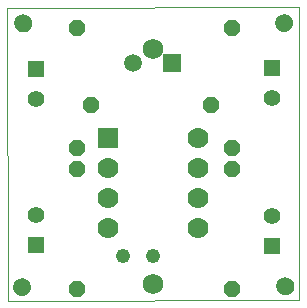
<source format=gbs>
G75*
%MOIN*%
%OFA0B0*%
%FSLAX25Y25*%
%IPPOS*%
%LPD*%
%AMOC8*
5,1,8,0,0,1.08239X$1,22.5*
%
%ADD10C,0.00000*%
%ADD11C,0.05912*%
%ADD12C,0.03550*%
%ADD13C,0.04731*%
%ADD14C,0.04900*%
%ADD15R,0.05600X0.05600*%
%ADD16C,0.05600*%
%ADD17OC8,0.05600*%
%ADD18R,0.07000X0.07000*%
%ADD19C,0.07000*%
%ADD20C,0.06900*%
%ADD21R,0.05900X0.05900*%
%ADD22C,0.05900*%
D10*
X0087560Y0073920D02*
X0087460Y0171521D01*
X0184721Y0171701D01*
X0184821Y0074100D01*
X0087560Y0073920D01*
X0089444Y0078580D02*
X0089446Y0078685D01*
X0089452Y0078790D01*
X0089462Y0078894D01*
X0089476Y0078998D01*
X0089494Y0079102D01*
X0089516Y0079204D01*
X0089541Y0079306D01*
X0089571Y0079407D01*
X0089604Y0079506D01*
X0089641Y0079604D01*
X0089682Y0079701D01*
X0089727Y0079796D01*
X0089775Y0079889D01*
X0089826Y0079981D01*
X0089882Y0080070D01*
X0089940Y0080157D01*
X0090002Y0080242D01*
X0090066Y0080325D01*
X0090134Y0080405D01*
X0090205Y0080482D01*
X0090279Y0080556D01*
X0090356Y0080628D01*
X0090435Y0080697D01*
X0090517Y0080762D01*
X0090601Y0080825D01*
X0090688Y0080884D01*
X0090777Y0080940D01*
X0090868Y0080993D01*
X0090961Y0081042D01*
X0091055Y0081087D01*
X0091151Y0081129D01*
X0091249Y0081167D01*
X0091348Y0081201D01*
X0091449Y0081232D01*
X0091550Y0081258D01*
X0091653Y0081281D01*
X0091756Y0081300D01*
X0091860Y0081315D01*
X0091964Y0081326D01*
X0092069Y0081333D01*
X0092174Y0081336D01*
X0092279Y0081335D01*
X0092384Y0081330D01*
X0092488Y0081321D01*
X0092592Y0081308D01*
X0092696Y0081291D01*
X0092799Y0081270D01*
X0092901Y0081245D01*
X0093002Y0081217D01*
X0093101Y0081184D01*
X0093200Y0081148D01*
X0093297Y0081108D01*
X0093392Y0081065D01*
X0093486Y0081017D01*
X0093578Y0080967D01*
X0093668Y0080913D01*
X0093756Y0080855D01*
X0093841Y0080794D01*
X0093924Y0080730D01*
X0094005Y0080663D01*
X0094083Y0080593D01*
X0094158Y0080519D01*
X0094230Y0080444D01*
X0094300Y0080365D01*
X0094366Y0080284D01*
X0094430Y0080200D01*
X0094490Y0080114D01*
X0094546Y0080026D01*
X0094600Y0079935D01*
X0094650Y0079843D01*
X0094696Y0079749D01*
X0094739Y0079653D01*
X0094778Y0079555D01*
X0094813Y0079457D01*
X0094844Y0079356D01*
X0094872Y0079255D01*
X0094896Y0079153D01*
X0094916Y0079050D01*
X0094932Y0078946D01*
X0094944Y0078842D01*
X0094952Y0078737D01*
X0094956Y0078632D01*
X0094956Y0078528D01*
X0094952Y0078423D01*
X0094944Y0078318D01*
X0094932Y0078214D01*
X0094916Y0078110D01*
X0094896Y0078007D01*
X0094872Y0077905D01*
X0094844Y0077804D01*
X0094813Y0077703D01*
X0094778Y0077605D01*
X0094739Y0077507D01*
X0094696Y0077411D01*
X0094650Y0077317D01*
X0094600Y0077225D01*
X0094546Y0077134D01*
X0094490Y0077046D01*
X0094430Y0076960D01*
X0094366Y0076876D01*
X0094300Y0076795D01*
X0094230Y0076716D01*
X0094158Y0076641D01*
X0094083Y0076567D01*
X0094005Y0076497D01*
X0093924Y0076430D01*
X0093841Y0076366D01*
X0093756Y0076305D01*
X0093668Y0076247D01*
X0093578Y0076193D01*
X0093486Y0076143D01*
X0093392Y0076095D01*
X0093297Y0076052D01*
X0093200Y0076012D01*
X0093101Y0075976D01*
X0093002Y0075943D01*
X0092901Y0075915D01*
X0092799Y0075890D01*
X0092696Y0075869D01*
X0092592Y0075852D01*
X0092488Y0075839D01*
X0092384Y0075830D01*
X0092279Y0075825D01*
X0092174Y0075824D01*
X0092069Y0075827D01*
X0091964Y0075834D01*
X0091860Y0075845D01*
X0091756Y0075860D01*
X0091653Y0075879D01*
X0091550Y0075902D01*
X0091449Y0075928D01*
X0091348Y0075959D01*
X0091249Y0075993D01*
X0091151Y0076031D01*
X0091055Y0076073D01*
X0090961Y0076118D01*
X0090868Y0076167D01*
X0090777Y0076220D01*
X0090688Y0076276D01*
X0090601Y0076335D01*
X0090517Y0076398D01*
X0090435Y0076463D01*
X0090356Y0076532D01*
X0090279Y0076604D01*
X0090205Y0076678D01*
X0090134Y0076755D01*
X0090066Y0076835D01*
X0090002Y0076918D01*
X0089940Y0077003D01*
X0089882Y0077090D01*
X0089826Y0077179D01*
X0089775Y0077271D01*
X0089727Y0077364D01*
X0089682Y0077459D01*
X0089641Y0077556D01*
X0089604Y0077654D01*
X0089571Y0077753D01*
X0089541Y0077854D01*
X0089516Y0077956D01*
X0089494Y0078058D01*
X0089476Y0078162D01*
X0089462Y0078266D01*
X0089452Y0078370D01*
X0089446Y0078475D01*
X0089444Y0078580D01*
X0095325Y0092340D02*
X0095327Y0092419D01*
X0095333Y0092498D01*
X0095343Y0092577D01*
X0095357Y0092655D01*
X0095374Y0092732D01*
X0095396Y0092808D01*
X0095421Y0092883D01*
X0095451Y0092956D01*
X0095483Y0093028D01*
X0095520Y0093099D01*
X0095560Y0093167D01*
X0095603Y0093233D01*
X0095649Y0093297D01*
X0095699Y0093359D01*
X0095752Y0093418D01*
X0095807Y0093474D01*
X0095866Y0093528D01*
X0095927Y0093578D01*
X0095990Y0093626D01*
X0096056Y0093670D01*
X0096124Y0093711D01*
X0096194Y0093748D01*
X0096265Y0093782D01*
X0096339Y0093812D01*
X0096413Y0093838D01*
X0096489Y0093860D01*
X0096566Y0093879D01*
X0096644Y0093894D01*
X0096722Y0093905D01*
X0096801Y0093912D01*
X0096880Y0093915D01*
X0096959Y0093914D01*
X0097038Y0093909D01*
X0097117Y0093900D01*
X0097195Y0093887D01*
X0097272Y0093870D01*
X0097349Y0093850D01*
X0097424Y0093825D01*
X0097498Y0093797D01*
X0097571Y0093765D01*
X0097641Y0093730D01*
X0097710Y0093691D01*
X0097777Y0093648D01*
X0097842Y0093602D01*
X0097904Y0093554D01*
X0097964Y0093502D01*
X0098021Y0093447D01*
X0098075Y0093389D01*
X0098126Y0093329D01*
X0098174Y0093266D01*
X0098219Y0093201D01*
X0098261Y0093133D01*
X0098299Y0093064D01*
X0098333Y0092993D01*
X0098364Y0092920D01*
X0098392Y0092845D01*
X0098415Y0092770D01*
X0098435Y0092693D01*
X0098451Y0092616D01*
X0098463Y0092537D01*
X0098471Y0092459D01*
X0098475Y0092380D01*
X0098475Y0092300D01*
X0098471Y0092221D01*
X0098463Y0092143D01*
X0098451Y0092064D01*
X0098435Y0091987D01*
X0098415Y0091910D01*
X0098392Y0091835D01*
X0098364Y0091760D01*
X0098333Y0091687D01*
X0098299Y0091616D01*
X0098261Y0091547D01*
X0098219Y0091479D01*
X0098174Y0091414D01*
X0098126Y0091351D01*
X0098075Y0091291D01*
X0098021Y0091233D01*
X0097964Y0091178D01*
X0097904Y0091126D01*
X0097842Y0091078D01*
X0097777Y0091032D01*
X0097710Y0090989D01*
X0097641Y0090950D01*
X0097571Y0090915D01*
X0097498Y0090883D01*
X0097424Y0090855D01*
X0097349Y0090830D01*
X0097272Y0090810D01*
X0097195Y0090793D01*
X0097117Y0090780D01*
X0097038Y0090771D01*
X0096959Y0090766D01*
X0096880Y0090765D01*
X0096801Y0090768D01*
X0096722Y0090775D01*
X0096644Y0090786D01*
X0096566Y0090801D01*
X0096489Y0090820D01*
X0096413Y0090842D01*
X0096339Y0090868D01*
X0096265Y0090898D01*
X0096194Y0090932D01*
X0096124Y0090969D01*
X0096056Y0091010D01*
X0095990Y0091054D01*
X0095927Y0091102D01*
X0095866Y0091152D01*
X0095807Y0091206D01*
X0095752Y0091262D01*
X0095699Y0091321D01*
X0095649Y0091383D01*
X0095603Y0091447D01*
X0095560Y0091513D01*
X0095520Y0091581D01*
X0095483Y0091652D01*
X0095451Y0091724D01*
X0095421Y0091797D01*
X0095396Y0091872D01*
X0095374Y0091948D01*
X0095357Y0092025D01*
X0095343Y0092103D01*
X0095333Y0092182D01*
X0095327Y0092261D01*
X0095325Y0092340D01*
X0095325Y0102480D02*
X0095327Y0102559D01*
X0095333Y0102638D01*
X0095343Y0102717D01*
X0095357Y0102795D01*
X0095374Y0102872D01*
X0095396Y0102948D01*
X0095421Y0103023D01*
X0095451Y0103096D01*
X0095483Y0103168D01*
X0095520Y0103239D01*
X0095560Y0103307D01*
X0095603Y0103373D01*
X0095649Y0103437D01*
X0095699Y0103499D01*
X0095752Y0103558D01*
X0095807Y0103614D01*
X0095866Y0103668D01*
X0095927Y0103718D01*
X0095990Y0103766D01*
X0096056Y0103810D01*
X0096124Y0103851D01*
X0096194Y0103888D01*
X0096265Y0103922D01*
X0096339Y0103952D01*
X0096413Y0103978D01*
X0096489Y0104000D01*
X0096566Y0104019D01*
X0096644Y0104034D01*
X0096722Y0104045D01*
X0096801Y0104052D01*
X0096880Y0104055D01*
X0096959Y0104054D01*
X0097038Y0104049D01*
X0097117Y0104040D01*
X0097195Y0104027D01*
X0097272Y0104010D01*
X0097349Y0103990D01*
X0097424Y0103965D01*
X0097498Y0103937D01*
X0097571Y0103905D01*
X0097641Y0103870D01*
X0097710Y0103831D01*
X0097777Y0103788D01*
X0097842Y0103742D01*
X0097904Y0103694D01*
X0097964Y0103642D01*
X0098021Y0103587D01*
X0098075Y0103529D01*
X0098126Y0103469D01*
X0098174Y0103406D01*
X0098219Y0103341D01*
X0098261Y0103273D01*
X0098299Y0103204D01*
X0098333Y0103133D01*
X0098364Y0103060D01*
X0098392Y0102985D01*
X0098415Y0102910D01*
X0098435Y0102833D01*
X0098451Y0102756D01*
X0098463Y0102677D01*
X0098471Y0102599D01*
X0098475Y0102520D01*
X0098475Y0102440D01*
X0098471Y0102361D01*
X0098463Y0102283D01*
X0098451Y0102204D01*
X0098435Y0102127D01*
X0098415Y0102050D01*
X0098392Y0101975D01*
X0098364Y0101900D01*
X0098333Y0101827D01*
X0098299Y0101756D01*
X0098261Y0101687D01*
X0098219Y0101619D01*
X0098174Y0101554D01*
X0098126Y0101491D01*
X0098075Y0101431D01*
X0098021Y0101373D01*
X0097964Y0101318D01*
X0097904Y0101266D01*
X0097842Y0101218D01*
X0097777Y0101172D01*
X0097710Y0101129D01*
X0097641Y0101090D01*
X0097571Y0101055D01*
X0097498Y0101023D01*
X0097424Y0100995D01*
X0097349Y0100970D01*
X0097272Y0100950D01*
X0097195Y0100933D01*
X0097117Y0100920D01*
X0097038Y0100911D01*
X0096959Y0100906D01*
X0096880Y0100905D01*
X0096801Y0100908D01*
X0096722Y0100915D01*
X0096644Y0100926D01*
X0096566Y0100941D01*
X0096489Y0100960D01*
X0096413Y0100982D01*
X0096339Y0101008D01*
X0096265Y0101038D01*
X0096194Y0101072D01*
X0096124Y0101109D01*
X0096056Y0101150D01*
X0095990Y0101194D01*
X0095927Y0101242D01*
X0095866Y0101292D01*
X0095807Y0101346D01*
X0095752Y0101402D01*
X0095699Y0101461D01*
X0095649Y0101523D01*
X0095603Y0101587D01*
X0095560Y0101653D01*
X0095520Y0101721D01*
X0095483Y0101792D01*
X0095451Y0101864D01*
X0095421Y0101937D01*
X0095396Y0102012D01*
X0095374Y0102088D01*
X0095357Y0102165D01*
X0095343Y0102243D01*
X0095333Y0102322D01*
X0095327Y0102401D01*
X0095325Y0102480D01*
X0109005Y0117720D02*
X0109007Y0117799D01*
X0109013Y0117878D01*
X0109023Y0117957D01*
X0109037Y0118035D01*
X0109054Y0118112D01*
X0109076Y0118188D01*
X0109101Y0118263D01*
X0109131Y0118336D01*
X0109163Y0118408D01*
X0109200Y0118479D01*
X0109240Y0118547D01*
X0109283Y0118613D01*
X0109329Y0118677D01*
X0109379Y0118739D01*
X0109432Y0118798D01*
X0109487Y0118854D01*
X0109546Y0118908D01*
X0109607Y0118958D01*
X0109670Y0119006D01*
X0109736Y0119050D01*
X0109804Y0119091D01*
X0109874Y0119128D01*
X0109945Y0119162D01*
X0110019Y0119192D01*
X0110093Y0119218D01*
X0110169Y0119240D01*
X0110246Y0119259D01*
X0110324Y0119274D01*
X0110402Y0119285D01*
X0110481Y0119292D01*
X0110560Y0119295D01*
X0110639Y0119294D01*
X0110718Y0119289D01*
X0110797Y0119280D01*
X0110875Y0119267D01*
X0110952Y0119250D01*
X0111029Y0119230D01*
X0111104Y0119205D01*
X0111178Y0119177D01*
X0111251Y0119145D01*
X0111321Y0119110D01*
X0111390Y0119071D01*
X0111457Y0119028D01*
X0111522Y0118982D01*
X0111584Y0118934D01*
X0111644Y0118882D01*
X0111701Y0118827D01*
X0111755Y0118769D01*
X0111806Y0118709D01*
X0111854Y0118646D01*
X0111899Y0118581D01*
X0111941Y0118513D01*
X0111979Y0118444D01*
X0112013Y0118373D01*
X0112044Y0118300D01*
X0112072Y0118225D01*
X0112095Y0118150D01*
X0112115Y0118073D01*
X0112131Y0117996D01*
X0112143Y0117917D01*
X0112151Y0117839D01*
X0112155Y0117760D01*
X0112155Y0117680D01*
X0112151Y0117601D01*
X0112143Y0117523D01*
X0112131Y0117444D01*
X0112115Y0117367D01*
X0112095Y0117290D01*
X0112072Y0117215D01*
X0112044Y0117140D01*
X0112013Y0117067D01*
X0111979Y0116996D01*
X0111941Y0116927D01*
X0111899Y0116859D01*
X0111854Y0116794D01*
X0111806Y0116731D01*
X0111755Y0116671D01*
X0111701Y0116613D01*
X0111644Y0116558D01*
X0111584Y0116506D01*
X0111522Y0116458D01*
X0111457Y0116412D01*
X0111390Y0116369D01*
X0111321Y0116330D01*
X0111251Y0116295D01*
X0111178Y0116263D01*
X0111104Y0116235D01*
X0111029Y0116210D01*
X0110952Y0116190D01*
X0110875Y0116173D01*
X0110797Y0116160D01*
X0110718Y0116151D01*
X0110639Y0116146D01*
X0110560Y0116145D01*
X0110481Y0116148D01*
X0110402Y0116155D01*
X0110324Y0116166D01*
X0110246Y0116181D01*
X0110169Y0116200D01*
X0110093Y0116222D01*
X0110019Y0116248D01*
X0109945Y0116278D01*
X0109874Y0116312D01*
X0109804Y0116349D01*
X0109736Y0116390D01*
X0109670Y0116434D01*
X0109607Y0116482D01*
X0109546Y0116532D01*
X0109487Y0116586D01*
X0109432Y0116642D01*
X0109379Y0116701D01*
X0109329Y0116763D01*
X0109283Y0116827D01*
X0109240Y0116893D01*
X0109200Y0116961D01*
X0109163Y0117032D01*
X0109131Y0117104D01*
X0109101Y0117177D01*
X0109076Y0117252D01*
X0109054Y0117328D01*
X0109037Y0117405D01*
X0109023Y0117483D01*
X0109013Y0117562D01*
X0109007Y0117641D01*
X0109005Y0117720D01*
X0109125Y0124860D02*
X0109127Y0124939D01*
X0109133Y0125018D01*
X0109143Y0125097D01*
X0109157Y0125175D01*
X0109174Y0125252D01*
X0109196Y0125328D01*
X0109221Y0125403D01*
X0109251Y0125476D01*
X0109283Y0125548D01*
X0109320Y0125619D01*
X0109360Y0125687D01*
X0109403Y0125753D01*
X0109449Y0125817D01*
X0109499Y0125879D01*
X0109552Y0125938D01*
X0109607Y0125994D01*
X0109666Y0126048D01*
X0109727Y0126098D01*
X0109790Y0126146D01*
X0109856Y0126190D01*
X0109924Y0126231D01*
X0109994Y0126268D01*
X0110065Y0126302D01*
X0110139Y0126332D01*
X0110213Y0126358D01*
X0110289Y0126380D01*
X0110366Y0126399D01*
X0110444Y0126414D01*
X0110522Y0126425D01*
X0110601Y0126432D01*
X0110680Y0126435D01*
X0110759Y0126434D01*
X0110838Y0126429D01*
X0110917Y0126420D01*
X0110995Y0126407D01*
X0111072Y0126390D01*
X0111149Y0126370D01*
X0111224Y0126345D01*
X0111298Y0126317D01*
X0111371Y0126285D01*
X0111441Y0126250D01*
X0111510Y0126211D01*
X0111577Y0126168D01*
X0111642Y0126122D01*
X0111704Y0126074D01*
X0111764Y0126022D01*
X0111821Y0125967D01*
X0111875Y0125909D01*
X0111926Y0125849D01*
X0111974Y0125786D01*
X0112019Y0125721D01*
X0112061Y0125653D01*
X0112099Y0125584D01*
X0112133Y0125513D01*
X0112164Y0125440D01*
X0112192Y0125365D01*
X0112215Y0125290D01*
X0112235Y0125213D01*
X0112251Y0125136D01*
X0112263Y0125057D01*
X0112271Y0124979D01*
X0112275Y0124900D01*
X0112275Y0124820D01*
X0112271Y0124741D01*
X0112263Y0124663D01*
X0112251Y0124584D01*
X0112235Y0124507D01*
X0112215Y0124430D01*
X0112192Y0124355D01*
X0112164Y0124280D01*
X0112133Y0124207D01*
X0112099Y0124136D01*
X0112061Y0124067D01*
X0112019Y0123999D01*
X0111974Y0123934D01*
X0111926Y0123871D01*
X0111875Y0123811D01*
X0111821Y0123753D01*
X0111764Y0123698D01*
X0111704Y0123646D01*
X0111642Y0123598D01*
X0111577Y0123552D01*
X0111510Y0123509D01*
X0111441Y0123470D01*
X0111371Y0123435D01*
X0111298Y0123403D01*
X0111224Y0123375D01*
X0111149Y0123350D01*
X0111072Y0123330D01*
X0110995Y0123313D01*
X0110917Y0123300D01*
X0110838Y0123291D01*
X0110759Y0123286D01*
X0110680Y0123285D01*
X0110601Y0123288D01*
X0110522Y0123295D01*
X0110444Y0123306D01*
X0110366Y0123321D01*
X0110289Y0123340D01*
X0110213Y0123362D01*
X0110139Y0123388D01*
X0110065Y0123418D01*
X0109994Y0123452D01*
X0109924Y0123489D01*
X0109856Y0123530D01*
X0109790Y0123574D01*
X0109727Y0123622D01*
X0109666Y0123672D01*
X0109607Y0123726D01*
X0109552Y0123782D01*
X0109499Y0123841D01*
X0109449Y0123903D01*
X0109403Y0123967D01*
X0109360Y0124033D01*
X0109320Y0124101D01*
X0109283Y0124172D01*
X0109251Y0124244D01*
X0109221Y0124317D01*
X0109196Y0124392D01*
X0109174Y0124468D01*
X0109157Y0124545D01*
X0109143Y0124623D01*
X0109133Y0124702D01*
X0109127Y0124781D01*
X0109125Y0124860D01*
X0118735Y0128340D02*
X0118737Y0128433D01*
X0118743Y0128525D01*
X0118753Y0128617D01*
X0118767Y0128708D01*
X0118784Y0128799D01*
X0118806Y0128889D01*
X0118831Y0128978D01*
X0118860Y0129066D01*
X0118893Y0129152D01*
X0118930Y0129237D01*
X0118970Y0129321D01*
X0119014Y0129402D01*
X0119061Y0129482D01*
X0119111Y0129560D01*
X0119165Y0129635D01*
X0119222Y0129708D01*
X0119282Y0129778D01*
X0119345Y0129846D01*
X0119411Y0129911D01*
X0119479Y0129973D01*
X0119550Y0130033D01*
X0119624Y0130089D01*
X0119700Y0130142D01*
X0119778Y0130191D01*
X0119858Y0130238D01*
X0119940Y0130280D01*
X0120024Y0130320D01*
X0120109Y0130355D01*
X0120196Y0130387D01*
X0120284Y0130416D01*
X0120373Y0130440D01*
X0120463Y0130461D01*
X0120554Y0130477D01*
X0120646Y0130490D01*
X0120738Y0130499D01*
X0120831Y0130504D01*
X0120923Y0130505D01*
X0121016Y0130502D01*
X0121108Y0130495D01*
X0121200Y0130484D01*
X0121291Y0130469D01*
X0121382Y0130451D01*
X0121472Y0130428D01*
X0121560Y0130402D01*
X0121648Y0130372D01*
X0121734Y0130338D01*
X0121818Y0130301D01*
X0121901Y0130259D01*
X0121982Y0130215D01*
X0122062Y0130167D01*
X0122139Y0130116D01*
X0122213Y0130061D01*
X0122286Y0130003D01*
X0122356Y0129943D01*
X0122423Y0129879D01*
X0122487Y0129813D01*
X0122549Y0129743D01*
X0122607Y0129672D01*
X0122662Y0129598D01*
X0122714Y0129521D01*
X0122763Y0129442D01*
X0122809Y0129362D01*
X0122851Y0129279D01*
X0122889Y0129195D01*
X0122924Y0129109D01*
X0122955Y0129022D01*
X0122982Y0128934D01*
X0123005Y0128844D01*
X0123025Y0128754D01*
X0123041Y0128663D01*
X0123053Y0128571D01*
X0123061Y0128479D01*
X0123065Y0128386D01*
X0123065Y0128294D01*
X0123061Y0128201D01*
X0123053Y0128109D01*
X0123041Y0128017D01*
X0123025Y0127926D01*
X0123005Y0127836D01*
X0122982Y0127746D01*
X0122955Y0127658D01*
X0122924Y0127571D01*
X0122889Y0127485D01*
X0122851Y0127401D01*
X0122809Y0127318D01*
X0122763Y0127238D01*
X0122714Y0127159D01*
X0122662Y0127082D01*
X0122607Y0127008D01*
X0122549Y0126937D01*
X0122487Y0126867D01*
X0122423Y0126801D01*
X0122356Y0126737D01*
X0122286Y0126677D01*
X0122213Y0126619D01*
X0122139Y0126564D01*
X0122062Y0126513D01*
X0121983Y0126465D01*
X0121901Y0126421D01*
X0121818Y0126379D01*
X0121734Y0126342D01*
X0121648Y0126308D01*
X0121560Y0126278D01*
X0121472Y0126252D01*
X0121382Y0126229D01*
X0121291Y0126211D01*
X0121200Y0126196D01*
X0121108Y0126185D01*
X0121016Y0126178D01*
X0120923Y0126175D01*
X0120831Y0126176D01*
X0120738Y0126181D01*
X0120646Y0126190D01*
X0120554Y0126203D01*
X0120463Y0126219D01*
X0120373Y0126240D01*
X0120284Y0126264D01*
X0120196Y0126293D01*
X0120109Y0126325D01*
X0120024Y0126360D01*
X0119940Y0126400D01*
X0119858Y0126442D01*
X0119778Y0126489D01*
X0119700Y0126538D01*
X0119624Y0126591D01*
X0119550Y0126647D01*
X0119479Y0126707D01*
X0119411Y0126769D01*
X0119345Y0126834D01*
X0119282Y0126902D01*
X0119222Y0126972D01*
X0119165Y0127045D01*
X0119111Y0127120D01*
X0119061Y0127198D01*
X0119014Y0127278D01*
X0118970Y0127359D01*
X0118930Y0127443D01*
X0118893Y0127528D01*
X0118860Y0127614D01*
X0118831Y0127702D01*
X0118806Y0127791D01*
X0118784Y0127881D01*
X0118767Y0127972D01*
X0118753Y0128063D01*
X0118743Y0128155D01*
X0118737Y0128247D01*
X0118735Y0128340D01*
X0118795Y0118320D02*
X0118797Y0118413D01*
X0118803Y0118505D01*
X0118813Y0118597D01*
X0118827Y0118688D01*
X0118844Y0118779D01*
X0118866Y0118869D01*
X0118891Y0118958D01*
X0118920Y0119046D01*
X0118953Y0119132D01*
X0118990Y0119217D01*
X0119030Y0119301D01*
X0119074Y0119382D01*
X0119121Y0119462D01*
X0119171Y0119540D01*
X0119225Y0119615D01*
X0119282Y0119688D01*
X0119342Y0119758D01*
X0119405Y0119826D01*
X0119471Y0119891D01*
X0119539Y0119953D01*
X0119610Y0120013D01*
X0119684Y0120069D01*
X0119760Y0120122D01*
X0119838Y0120171D01*
X0119918Y0120218D01*
X0120000Y0120260D01*
X0120084Y0120300D01*
X0120169Y0120335D01*
X0120256Y0120367D01*
X0120344Y0120396D01*
X0120433Y0120420D01*
X0120523Y0120441D01*
X0120614Y0120457D01*
X0120706Y0120470D01*
X0120798Y0120479D01*
X0120891Y0120484D01*
X0120983Y0120485D01*
X0121076Y0120482D01*
X0121168Y0120475D01*
X0121260Y0120464D01*
X0121351Y0120449D01*
X0121442Y0120431D01*
X0121532Y0120408D01*
X0121620Y0120382D01*
X0121708Y0120352D01*
X0121794Y0120318D01*
X0121878Y0120281D01*
X0121961Y0120239D01*
X0122042Y0120195D01*
X0122122Y0120147D01*
X0122199Y0120096D01*
X0122273Y0120041D01*
X0122346Y0119983D01*
X0122416Y0119923D01*
X0122483Y0119859D01*
X0122547Y0119793D01*
X0122609Y0119723D01*
X0122667Y0119652D01*
X0122722Y0119578D01*
X0122774Y0119501D01*
X0122823Y0119422D01*
X0122869Y0119342D01*
X0122911Y0119259D01*
X0122949Y0119175D01*
X0122984Y0119089D01*
X0123015Y0119002D01*
X0123042Y0118914D01*
X0123065Y0118824D01*
X0123085Y0118734D01*
X0123101Y0118643D01*
X0123113Y0118551D01*
X0123121Y0118459D01*
X0123125Y0118366D01*
X0123125Y0118274D01*
X0123121Y0118181D01*
X0123113Y0118089D01*
X0123101Y0117997D01*
X0123085Y0117906D01*
X0123065Y0117816D01*
X0123042Y0117726D01*
X0123015Y0117638D01*
X0122984Y0117551D01*
X0122949Y0117465D01*
X0122911Y0117381D01*
X0122869Y0117298D01*
X0122823Y0117218D01*
X0122774Y0117139D01*
X0122722Y0117062D01*
X0122667Y0116988D01*
X0122609Y0116917D01*
X0122547Y0116847D01*
X0122483Y0116781D01*
X0122416Y0116717D01*
X0122346Y0116657D01*
X0122273Y0116599D01*
X0122199Y0116544D01*
X0122122Y0116493D01*
X0122043Y0116445D01*
X0121961Y0116401D01*
X0121878Y0116359D01*
X0121794Y0116322D01*
X0121708Y0116288D01*
X0121620Y0116258D01*
X0121532Y0116232D01*
X0121442Y0116209D01*
X0121351Y0116191D01*
X0121260Y0116176D01*
X0121168Y0116165D01*
X0121076Y0116158D01*
X0120983Y0116155D01*
X0120891Y0116156D01*
X0120798Y0116161D01*
X0120706Y0116170D01*
X0120614Y0116183D01*
X0120523Y0116199D01*
X0120433Y0116220D01*
X0120344Y0116244D01*
X0120256Y0116273D01*
X0120169Y0116305D01*
X0120084Y0116340D01*
X0120000Y0116380D01*
X0119918Y0116422D01*
X0119838Y0116469D01*
X0119760Y0116518D01*
X0119684Y0116571D01*
X0119610Y0116627D01*
X0119539Y0116687D01*
X0119471Y0116749D01*
X0119405Y0116814D01*
X0119342Y0116882D01*
X0119282Y0116952D01*
X0119225Y0117025D01*
X0119171Y0117100D01*
X0119121Y0117178D01*
X0119074Y0117258D01*
X0119030Y0117339D01*
X0118990Y0117423D01*
X0118953Y0117508D01*
X0118920Y0117594D01*
X0118891Y0117682D01*
X0118866Y0117771D01*
X0118844Y0117861D01*
X0118827Y0117952D01*
X0118813Y0118043D01*
X0118803Y0118135D01*
X0118797Y0118227D01*
X0118795Y0118320D01*
X0118795Y0108300D02*
X0118797Y0108393D01*
X0118803Y0108485D01*
X0118813Y0108577D01*
X0118827Y0108668D01*
X0118844Y0108759D01*
X0118866Y0108849D01*
X0118891Y0108938D01*
X0118920Y0109026D01*
X0118953Y0109112D01*
X0118990Y0109197D01*
X0119030Y0109281D01*
X0119074Y0109362D01*
X0119121Y0109442D01*
X0119171Y0109520D01*
X0119225Y0109595D01*
X0119282Y0109668D01*
X0119342Y0109738D01*
X0119405Y0109806D01*
X0119471Y0109871D01*
X0119539Y0109933D01*
X0119610Y0109993D01*
X0119684Y0110049D01*
X0119760Y0110102D01*
X0119838Y0110151D01*
X0119918Y0110198D01*
X0120000Y0110240D01*
X0120084Y0110280D01*
X0120169Y0110315D01*
X0120256Y0110347D01*
X0120344Y0110376D01*
X0120433Y0110400D01*
X0120523Y0110421D01*
X0120614Y0110437D01*
X0120706Y0110450D01*
X0120798Y0110459D01*
X0120891Y0110464D01*
X0120983Y0110465D01*
X0121076Y0110462D01*
X0121168Y0110455D01*
X0121260Y0110444D01*
X0121351Y0110429D01*
X0121442Y0110411D01*
X0121532Y0110388D01*
X0121620Y0110362D01*
X0121708Y0110332D01*
X0121794Y0110298D01*
X0121878Y0110261D01*
X0121961Y0110219D01*
X0122042Y0110175D01*
X0122122Y0110127D01*
X0122199Y0110076D01*
X0122273Y0110021D01*
X0122346Y0109963D01*
X0122416Y0109903D01*
X0122483Y0109839D01*
X0122547Y0109773D01*
X0122609Y0109703D01*
X0122667Y0109632D01*
X0122722Y0109558D01*
X0122774Y0109481D01*
X0122823Y0109402D01*
X0122869Y0109322D01*
X0122911Y0109239D01*
X0122949Y0109155D01*
X0122984Y0109069D01*
X0123015Y0108982D01*
X0123042Y0108894D01*
X0123065Y0108804D01*
X0123085Y0108714D01*
X0123101Y0108623D01*
X0123113Y0108531D01*
X0123121Y0108439D01*
X0123125Y0108346D01*
X0123125Y0108254D01*
X0123121Y0108161D01*
X0123113Y0108069D01*
X0123101Y0107977D01*
X0123085Y0107886D01*
X0123065Y0107796D01*
X0123042Y0107706D01*
X0123015Y0107618D01*
X0122984Y0107531D01*
X0122949Y0107445D01*
X0122911Y0107361D01*
X0122869Y0107278D01*
X0122823Y0107198D01*
X0122774Y0107119D01*
X0122722Y0107042D01*
X0122667Y0106968D01*
X0122609Y0106897D01*
X0122547Y0106827D01*
X0122483Y0106761D01*
X0122416Y0106697D01*
X0122346Y0106637D01*
X0122273Y0106579D01*
X0122199Y0106524D01*
X0122122Y0106473D01*
X0122043Y0106425D01*
X0121961Y0106381D01*
X0121878Y0106339D01*
X0121794Y0106302D01*
X0121708Y0106268D01*
X0121620Y0106238D01*
X0121532Y0106212D01*
X0121442Y0106189D01*
X0121351Y0106171D01*
X0121260Y0106156D01*
X0121168Y0106145D01*
X0121076Y0106138D01*
X0120983Y0106135D01*
X0120891Y0106136D01*
X0120798Y0106141D01*
X0120706Y0106150D01*
X0120614Y0106163D01*
X0120523Y0106179D01*
X0120433Y0106200D01*
X0120344Y0106224D01*
X0120256Y0106253D01*
X0120169Y0106285D01*
X0120084Y0106320D01*
X0120000Y0106360D01*
X0119918Y0106402D01*
X0119838Y0106449D01*
X0119760Y0106498D01*
X0119684Y0106551D01*
X0119610Y0106607D01*
X0119539Y0106667D01*
X0119471Y0106729D01*
X0119405Y0106794D01*
X0119342Y0106862D01*
X0119282Y0106932D01*
X0119225Y0107005D01*
X0119171Y0107080D01*
X0119121Y0107158D01*
X0119074Y0107238D01*
X0119030Y0107319D01*
X0118990Y0107403D01*
X0118953Y0107488D01*
X0118920Y0107574D01*
X0118891Y0107662D01*
X0118866Y0107751D01*
X0118844Y0107841D01*
X0118827Y0107932D01*
X0118813Y0108023D01*
X0118803Y0108115D01*
X0118797Y0108207D01*
X0118795Y0108300D01*
X0118735Y0098340D02*
X0118737Y0098433D01*
X0118743Y0098525D01*
X0118753Y0098617D01*
X0118767Y0098708D01*
X0118784Y0098799D01*
X0118806Y0098889D01*
X0118831Y0098978D01*
X0118860Y0099066D01*
X0118893Y0099152D01*
X0118930Y0099237D01*
X0118970Y0099321D01*
X0119014Y0099402D01*
X0119061Y0099482D01*
X0119111Y0099560D01*
X0119165Y0099635D01*
X0119222Y0099708D01*
X0119282Y0099778D01*
X0119345Y0099846D01*
X0119411Y0099911D01*
X0119479Y0099973D01*
X0119550Y0100033D01*
X0119624Y0100089D01*
X0119700Y0100142D01*
X0119778Y0100191D01*
X0119858Y0100238D01*
X0119940Y0100280D01*
X0120024Y0100320D01*
X0120109Y0100355D01*
X0120196Y0100387D01*
X0120284Y0100416D01*
X0120373Y0100440D01*
X0120463Y0100461D01*
X0120554Y0100477D01*
X0120646Y0100490D01*
X0120738Y0100499D01*
X0120831Y0100504D01*
X0120923Y0100505D01*
X0121016Y0100502D01*
X0121108Y0100495D01*
X0121200Y0100484D01*
X0121291Y0100469D01*
X0121382Y0100451D01*
X0121472Y0100428D01*
X0121560Y0100402D01*
X0121648Y0100372D01*
X0121734Y0100338D01*
X0121818Y0100301D01*
X0121901Y0100259D01*
X0121982Y0100215D01*
X0122062Y0100167D01*
X0122139Y0100116D01*
X0122213Y0100061D01*
X0122286Y0100003D01*
X0122356Y0099943D01*
X0122423Y0099879D01*
X0122487Y0099813D01*
X0122549Y0099743D01*
X0122607Y0099672D01*
X0122662Y0099598D01*
X0122714Y0099521D01*
X0122763Y0099442D01*
X0122809Y0099362D01*
X0122851Y0099279D01*
X0122889Y0099195D01*
X0122924Y0099109D01*
X0122955Y0099022D01*
X0122982Y0098934D01*
X0123005Y0098844D01*
X0123025Y0098754D01*
X0123041Y0098663D01*
X0123053Y0098571D01*
X0123061Y0098479D01*
X0123065Y0098386D01*
X0123065Y0098294D01*
X0123061Y0098201D01*
X0123053Y0098109D01*
X0123041Y0098017D01*
X0123025Y0097926D01*
X0123005Y0097836D01*
X0122982Y0097746D01*
X0122955Y0097658D01*
X0122924Y0097571D01*
X0122889Y0097485D01*
X0122851Y0097401D01*
X0122809Y0097318D01*
X0122763Y0097238D01*
X0122714Y0097159D01*
X0122662Y0097082D01*
X0122607Y0097008D01*
X0122549Y0096937D01*
X0122487Y0096867D01*
X0122423Y0096801D01*
X0122356Y0096737D01*
X0122286Y0096677D01*
X0122213Y0096619D01*
X0122139Y0096564D01*
X0122062Y0096513D01*
X0121983Y0096465D01*
X0121901Y0096421D01*
X0121818Y0096379D01*
X0121734Y0096342D01*
X0121648Y0096308D01*
X0121560Y0096278D01*
X0121472Y0096252D01*
X0121382Y0096229D01*
X0121291Y0096211D01*
X0121200Y0096196D01*
X0121108Y0096185D01*
X0121016Y0096178D01*
X0120923Y0096175D01*
X0120831Y0096176D01*
X0120738Y0096181D01*
X0120646Y0096190D01*
X0120554Y0096203D01*
X0120463Y0096219D01*
X0120373Y0096240D01*
X0120284Y0096264D01*
X0120196Y0096293D01*
X0120109Y0096325D01*
X0120024Y0096360D01*
X0119940Y0096400D01*
X0119858Y0096442D01*
X0119778Y0096489D01*
X0119700Y0096538D01*
X0119624Y0096591D01*
X0119550Y0096647D01*
X0119479Y0096707D01*
X0119411Y0096769D01*
X0119345Y0096834D01*
X0119282Y0096902D01*
X0119222Y0096972D01*
X0119165Y0097045D01*
X0119111Y0097120D01*
X0119061Y0097198D01*
X0119014Y0097278D01*
X0118970Y0097359D01*
X0118930Y0097443D01*
X0118893Y0097528D01*
X0118860Y0097614D01*
X0118831Y0097702D01*
X0118806Y0097791D01*
X0118784Y0097881D01*
X0118767Y0097972D01*
X0118753Y0098063D01*
X0118743Y0098155D01*
X0118737Y0098247D01*
X0118735Y0098340D01*
X0124425Y0088680D02*
X0124427Y0088759D01*
X0124433Y0088838D01*
X0124443Y0088917D01*
X0124457Y0088995D01*
X0124474Y0089072D01*
X0124496Y0089148D01*
X0124521Y0089223D01*
X0124551Y0089296D01*
X0124583Y0089368D01*
X0124620Y0089439D01*
X0124660Y0089507D01*
X0124703Y0089573D01*
X0124749Y0089637D01*
X0124799Y0089699D01*
X0124852Y0089758D01*
X0124907Y0089814D01*
X0124966Y0089868D01*
X0125027Y0089918D01*
X0125090Y0089966D01*
X0125156Y0090010D01*
X0125224Y0090051D01*
X0125294Y0090088D01*
X0125365Y0090122D01*
X0125439Y0090152D01*
X0125513Y0090178D01*
X0125589Y0090200D01*
X0125666Y0090219D01*
X0125744Y0090234D01*
X0125822Y0090245D01*
X0125901Y0090252D01*
X0125980Y0090255D01*
X0126059Y0090254D01*
X0126138Y0090249D01*
X0126217Y0090240D01*
X0126295Y0090227D01*
X0126372Y0090210D01*
X0126449Y0090190D01*
X0126524Y0090165D01*
X0126598Y0090137D01*
X0126671Y0090105D01*
X0126741Y0090070D01*
X0126810Y0090031D01*
X0126877Y0089988D01*
X0126942Y0089942D01*
X0127004Y0089894D01*
X0127064Y0089842D01*
X0127121Y0089787D01*
X0127175Y0089729D01*
X0127226Y0089669D01*
X0127274Y0089606D01*
X0127319Y0089541D01*
X0127361Y0089473D01*
X0127399Y0089404D01*
X0127433Y0089333D01*
X0127464Y0089260D01*
X0127492Y0089185D01*
X0127515Y0089110D01*
X0127535Y0089033D01*
X0127551Y0088956D01*
X0127563Y0088877D01*
X0127571Y0088799D01*
X0127575Y0088720D01*
X0127575Y0088640D01*
X0127571Y0088561D01*
X0127563Y0088483D01*
X0127551Y0088404D01*
X0127535Y0088327D01*
X0127515Y0088250D01*
X0127492Y0088175D01*
X0127464Y0088100D01*
X0127433Y0088027D01*
X0127399Y0087956D01*
X0127361Y0087887D01*
X0127319Y0087819D01*
X0127274Y0087754D01*
X0127226Y0087691D01*
X0127175Y0087631D01*
X0127121Y0087573D01*
X0127064Y0087518D01*
X0127004Y0087466D01*
X0126942Y0087418D01*
X0126877Y0087372D01*
X0126810Y0087329D01*
X0126741Y0087290D01*
X0126671Y0087255D01*
X0126598Y0087223D01*
X0126524Y0087195D01*
X0126449Y0087170D01*
X0126372Y0087150D01*
X0126295Y0087133D01*
X0126217Y0087120D01*
X0126138Y0087111D01*
X0126059Y0087106D01*
X0125980Y0087105D01*
X0125901Y0087108D01*
X0125822Y0087115D01*
X0125744Y0087126D01*
X0125666Y0087141D01*
X0125589Y0087160D01*
X0125513Y0087182D01*
X0125439Y0087208D01*
X0125365Y0087238D01*
X0125294Y0087272D01*
X0125224Y0087309D01*
X0125156Y0087350D01*
X0125090Y0087394D01*
X0125027Y0087442D01*
X0124966Y0087492D01*
X0124907Y0087546D01*
X0124852Y0087602D01*
X0124799Y0087661D01*
X0124749Y0087723D01*
X0124703Y0087787D01*
X0124660Y0087853D01*
X0124620Y0087921D01*
X0124583Y0087992D01*
X0124551Y0088064D01*
X0124521Y0088137D01*
X0124496Y0088212D01*
X0124474Y0088288D01*
X0124457Y0088365D01*
X0124443Y0088443D01*
X0124433Y0088522D01*
X0124427Y0088601D01*
X0124425Y0088680D01*
X0134385Y0088680D02*
X0134387Y0088759D01*
X0134393Y0088838D01*
X0134403Y0088917D01*
X0134417Y0088995D01*
X0134434Y0089072D01*
X0134456Y0089148D01*
X0134481Y0089223D01*
X0134511Y0089296D01*
X0134543Y0089368D01*
X0134580Y0089439D01*
X0134620Y0089507D01*
X0134663Y0089573D01*
X0134709Y0089637D01*
X0134759Y0089699D01*
X0134812Y0089758D01*
X0134867Y0089814D01*
X0134926Y0089868D01*
X0134987Y0089918D01*
X0135050Y0089966D01*
X0135116Y0090010D01*
X0135184Y0090051D01*
X0135254Y0090088D01*
X0135325Y0090122D01*
X0135399Y0090152D01*
X0135473Y0090178D01*
X0135549Y0090200D01*
X0135626Y0090219D01*
X0135704Y0090234D01*
X0135782Y0090245D01*
X0135861Y0090252D01*
X0135940Y0090255D01*
X0136019Y0090254D01*
X0136098Y0090249D01*
X0136177Y0090240D01*
X0136255Y0090227D01*
X0136332Y0090210D01*
X0136409Y0090190D01*
X0136484Y0090165D01*
X0136558Y0090137D01*
X0136631Y0090105D01*
X0136701Y0090070D01*
X0136770Y0090031D01*
X0136837Y0089988D01*
X0136902Y0089942D01*
X0136964Y0089894D01*
X0137024Y0089842D01*
X0137081Y0089787D01*
X0137135Y0089729D01*
X0137186Y0089669D01*
X0137234Y0089606D01*
X0137279Y0089541D01*
X0137321Y0089473D01*
X0137359Y0089404D01*
X0137393Y0089333D01*
X0137424Y0089260D01*
X0137452Y0089185D01*
X0137475Y0089110D01*
X0137495Y0089033D01*
X0137511Y0088956D01*
X0137523Y0088877D01*
X0137531Y0088799D01*
X0137535Y0088720D01*
X0137535Y0088640D01*
X0137531Y0088561D01*
X0137523Y0088483D01*
X0137511Y0088404D01*
X0137495Y0088327D01*
X0137475Y0088250D01*
X0137452Y0088175D01*
X0137424Y0088100D01*
X0137393Y0088027D01*
X0137359Y0087956D01*
X0137321Y0087887D01*
X0137279Y0087819D01*
X0137234Y0087754D01*
X0137186Y0087691D01*
X0137135Y0087631D01*
X0137081Y0087573D01*
X0137024Y0087518D01*
X0136964Y0087466D01*
X0136902Y0087418D01*
X0136837Y0087372D01*
X0136770Y0087329D01*
X0136701Y0087290D01*
X0136631Y0087255D01*
X0136558Y0087223D01*
X0136484Y0087195D01*
X0136409Y0087170D01*
X0136332Y0087150D01*
X0136255Y0087133D01*
X0136177Y0087120D01*
X0136098Y0087111D01*
X0136019Y0087106D01*
X0135940Y0087105D01*
X0135861Y0087108D01*
X0135782Y0087115D01*
X0135704Y0087126D01*
X0135626Y0087141D01*
X0135549Y0087160D01*
X0135473Y0087182D01*
X0135399Y0087208D01*
X0135325Y0087238D01*
X0135254Y0087272D01*
X0135184Y0087309D01*
X0135116Y0087350D01*
X0135050Y0087394D01*
X0134987Y0087442D01*
X0134926Y0087492D01*
X0134867Y0087546D01*
X0134812Y0087602D01*
X0134759Y0087661D01*
X0134709Y0087723D01*
X0134663Y0087787D01*
X0134620Y0087853D01*
X0134580Y0087921D01*
X0134543Y0087992D01*
X0134511Y0088064D01*
X0134481Y0088137D01*
X0134456Y0088212D01*
X0134434Y0088288D01*
X0134417Y0088365D01*
X0134403Y0088443D01*
X0134393Y0088522D01*
X0134387Y0088601D01*
X0134385Y0088680D01*
X0134445Y0079380D02*
X0134447Y0079459D01*
X0134453Y0079538D01*
X0134463Y0079617D01*
X0134477Y0079695D01*
X0134494Y0079772D01*
X0134516Y0079848D01*
X0134541Y0079923D01*
X0134571Y0079996D01*
X0134603Y0080068D01*
X0134640Y0080139D01*
X0134680Y0080207D01*
X0134723Y0080273D01*
X0134769Y0080337D01*
X0134819Y0080399D01*
X0134872Y0080458D01*
X0134927Y0080514D01*
X0134986Y0080568D01*
X0135047Y0080618D01*
X0135110Y0080666D01*
X0135176Y0080710D01*
X0135244Y0080751D01*
X0135314Y0080788D01*
X0135385Y0080822D01*
X0135459Y0080852D01*
X0135533Y0080878D01*
X0135609Y0080900D01*
X0135686Y0080919D01*
X0135764Y0080934D01*
X0135842Y0080945D01*
X0135921Y0080952D01*
X0136000Y0080955D01*
X0136079Y0080954D01*
X0136158Y0080949D01*
X0136237Y0080940D01*
X0136315Y0080927D01*
X0136392Y0080910D01*
X0136469Y0080890D01*
X0136544Y0080865D01*
X0136618Y0080837D01*
X0136691Y0080805D01*
X0136761Y0080770D01*
X0136830Y0080731D01*
X0136897Y0080688D01*
X0136962Y0080642D01*
X0137024Y0080594D01*
X0137084Y0080542D01*
X0137141Y0080487D01*
X0137195Y0080429D01*
X0137246Y0080369D01*
X0137294Y0080306D01*
X0137339Y0080241D01*
X0137381Y0080173D01*
X0137419Y0080104D01*
X0137453Y0080033D01*
X0137484Y0079960D01*
X0137512Y0079885D01*
X0137535Y0079810D01*
X0137555Y0079733D01*
X0137571Y0079656D01*
X0137583Y0079577D01*
X0137591Y0079499D01*
X0137595Y0079420D01*
X0137595Y0079340D01*
X0137591Y0079261D01*
X0137583Y0079183D01*
X0137571Y0079104D01*
X0137555Y0079027D01*
X0137535Y0078950D01*
X0137512Y0078875D01*
X0137484Y0078800D01*
X0137453Y0078727D01*
X0137419Y0078656D01*
X0137381Y0078587D01*
X0137339Y0078519D01*
X0137294Y0078454D01*
X0137246Y0078391D01*
X0137195Y0078331D01*
X0137141Y0078273D01*
X0137084Y0078218D01*
X0137024Y0078166D01*
X0136962Y0078118D01*
X0136897Y0078072D01*
X0136830Y0078029D01*
X0136761Y0077990D01*
X0136691Y0077955D01*
X0136618Y0077923D01*
X0136544Y0077895D01*
X0136469Y0077870D01*
X0136392Y0077850D01*
X0136315Y0077833D01*
X0136237Y0077820D01*
X0136158Y0077811D01*
X0136079Y0077806D01*
X0136000Y0077805D01*
X0135921Y0077808D01*
X0135842Y0077815D01*
X0135764Y0077826D01*
X0135686Y0077841D01*
X0135609Y0077860D01*
X0135533Y0077882D01*
X0135459Y0077908D01*
X0135385Y0077938D01*
X0135314Y0077972D01*
X0135244Y0078009D01*
X0135176Y0078050D01*
X0135110Y0078094D01*
X0135047Y0078142D01*
X0134986Y0078192D01*
X0134927Y0078246D01*
X0134872Y0078302D01*
X0134819Y0078361D01*
X0134769Y0078423D01*
X0134723Y0078487D01*
X0134680Y0078553D01*
X0134640Y0078621D01*
X0134603Y0078692D01*
X0134571Y0078764D01*
X0134541Y0078837D01*
X0134516Y0078912D01*
X0134494Y0078988D01*
X0134477Y0079065D01*
X0134463Y0079143D01*
X0134453Y0079222D01*
X0134447Y0079301D01*
X0134445Y0079380D01*
X0109065Y0077760D02*
X0109067Y0077839D01*
X0109073Y0077918D01*
X0109083Y0077997D01*
X0109097Y0078075D01*
X0109114Y0078152D01*
X0109136Y0078228D01*
X0109161Y0078303D01*
X0109191Y0078376D01*
X0109223Y0078448D01*
X0109260Y0078519D01*
X0109300Y0078587D01*
X0109343Y0078653D01*
X0109389Y0078717D01*
X0109439Y0078779D01*
X0109492Y0078838D01*
X0109547Y0078894D01*
X0109606Y0078948D01*
X0109667Y0078998D01*
X0109730Y0079046D01*
X0109796Y0079090D01*
X0109864Y0079131D01*
X0109934Y0079168D01*
X0110005Y0079202D01*
X0110079Y0079232D01*
X0110153Y0079258D01*
X0110229Y0079280D01*
X0110306Y0079299D01*
X0110384Y0079314D01*
X0110462Y0079325D01*
X0110541Y0079332D01*
X0110620Y0079335D01*
X0110699Y0079334D01*
X0110778Y0079329D01*
X0110857Y0079320D01*
X0110935Y0079307D01*
X0111012Y0079290D01*
X0111089Y0079270D01*
X0111164Y0079245D01*
X0111238Y0079217D01*
X0111311Y0079185D01*
X0111381Y0079150D01*
X0111450Y0079111D01*
X0111517Y0079068D01*
X0111582Y0079022D01*
X0111644Y0078974D01*
X0111704Y0078922D01*
X0111761Y0078867D01*
X0111815Y0078809D01*
X0111866Y0078749D01*
X0111914Y0078686D01*
X0111959Y0078621D01*
X0112001Y0078553D01*
X0112039Y0078484D01*
X0112073Y0078413D01*
X0112104Y0078340D01*
X0112132Y0078265D01*
X0112155Y0078190D01*
X0112175Y0078113D01*
X0112191Y0078036D01*
X0112203Y0077957D01*
X0112211Y0077879D01*
X0112215Y0077800D01*
X0112215Y0077720D01*
X0112211Y0077641D01*
X0112203Y0077563D01*
X0112191Y0077484D01*
X0112175Y0077407D01*
X0112155Y0077330D01*
X0112132Y0077255D01*
X0112104Y0077180D01*
X0112073Y0077107D01*
X0112039Y0077036D01*
X0112001Y0076967D01*
X0111959Y0076899D01*
X0111914Y0076834D01*
X0111866Y0076771D01*
X0111815Y0076711D01*
X0111761Y0076653D01*
X0111704Y0076598D01*
X0111644Y0076546D01*
X0111582Y0076498D01*
X0111517Y0076452D01*
X0111450Y0076409D01*
X0111381Y0076370D01*
X0111311Y0076335D01*
X0111238Y0076303D01*
X0111164Y0076275D01*
X0111089Y0076250D01*
X0111012Y0076230D01*
X0110935Y0076213D01*
X0110857Y0076200D01*
X0110778Y0076191D01*
X0110699Y0076186D01*
X0110620Y0076185D01*
X0110541Y0076188D01*
X0110462Y0076195D01*
X0110384Y0076206D01*
X0110306Y0076221D01*
X0110229Y0076240D01*
X0110153Y0076262D01*
X0110079Y0076288D01*
X0110005Y0076318D01*
X0109934Y0076352D01*
X0109864Y0076389D01*
X0109796Y0076430D01*
X0109730Y0076474D01*
X0109667Y0076522D01*
X0109606Y0076572D01*
X0109547Y0076626D01*
X0109492Y0076682D01*
X0109439Y0076741D01*
X0109389Y0076803D01*
X0109343Y0076867D01*
X0109300Y0076933D01*
X0109260Y0077001D01*
X0109223Y0077072D01*
X0109191Y0077144D01*
X0109161Y0077217D01*
X0109136Y0077292D01*
X0109114Y0077368D01*
X0109097Y0077445D01*
X0109083Y0077523D01*
X0109073Y0077602D01*
X0109067Y0077681D01*
X0109065Y0077760D01*
X0148795Y0098280D02*
X0148797Y0098373D01*
X0148803Y0098465D01*
X0148813Y0098557D01*
X0148827Y0098648D01*
X0148844Y0098739D01*
X0148866Y0098829D01*
X0148891Y0098918D01*
X0148920Y0099006D01*
X0148953Y0099092D01*
X0148990Y0099177D01*
X0149030Y0099261D01*
X0149074Y0099342D01*
X0149121Y0099422D01*
X0149171Y0099500D01*
X0149225Y0099575D01*
X0149282Y0099648D01*
X0149342Y0099718D01*
X0149405Y0099786D01*
X0149471Y0099851D01*
X0149539Y0099913D01*
X0149610Y0099973D01*
X0149684Y0100029D01*
X0149760Y0100082D01*
X0149838Y0100131D01*
X0149918Y0100178D01*
X0150000Y0100220D01*
X0150084Y0100260D01*
X0150169Y0100295D01*
X0150256Y0100327D01*
X0150344Y0100356D01*
X0150433Y0100380D01*
X0150523Y0100401D01*
X0150614Y0100417D01*
X0150706Y0100430D01*
X0150798Y0100439D01*
X0150891Y0100444D01*
X0150983Y0100445D01*
X0151076Y0100442D01*
X0151168Y0100435D01*
X0151260Y0100424D01*
X0151351Y0100409D01*
X0151442Y0100391D01*
X0151532Y0100368D01*
X0151620Y0100342D01*
X0151708Y0100312D01*
X0151794Y0100278D01*
X0151878Y0100241D01*
X0151961Y0100199D01*
X0152042Y0100155D01*
X0152122Y0100107D01*
X0152199Y0100056D01*
X0152273Y0100001D01*
X0152346Y0099943D01*
X0152416Y0099883D01*
X0152483Y0099819D01*
X0152547Y0099753D01*
X0152609Y0099683D01*
X0152667Y0099612D01*
X0152722Y0099538D01*
X0152774Y0099461D01*
X0152823Y0099382D01*
X0152869Y0099302D01*
X0152911Y0099219D01*
X0152949Y0099135D01*
X0152984Y0099049D01*
X0153015Y0098962D01*
X0153042Y0098874D01*
X0153065Y0098784D01*
X0153085Y0098694D01*
X0153101Y0098603D01*
X0153113Y0098511D01*
X0153121Y0098419D01*
X0153125Y0098326D01*
X0153125Y0098234D01*
X0153121Y0098141D01*
X0153113Y0098049D01*
X0153101Y0097957D01*
X0153085Y0097866D01*
X0153065Y0097776D01*
X0153042Y0097686D01*
X0153015Y0097598D01*
X0152984Y0097511D01*
X0152949Y0097425D01*
X0152911Y0097341D01*
X0152869Y0097258D01*
X0152823Y0097178D01*
X0152774Y0097099D01*
X0152722Y0097022D01*
X0152667Y0096948D01*
X0152609Y0096877D01*
X0152547Y0096807D01*
X0152483Y0096741D01*
X0152416Y0096677D01*
X0152346Y0096617D01*
X0152273Y0096559D01*
X0152199Y0096504D01*
X0152122Y0096453D01*
X0152043Y0096405D01*
X0151961Y0096361D01*
X0151878Y0096319D01*
X0151794Y0096282D01*
X0151708Y0096248D01*
X0151620Y0096218D01*
X0151532Y0096192D01*
X0151442Y0096169D01*
X0151351Y0096151D01*
X0151260Y0096136D01*
X0151168Y0096125D01*
X0151076Y0096118D01*
X0150983Y0096115D01*
X0150891Y0096116D01*
X0150798Y0096121D01*
X0150706Y0096130D01*
X0150614Y0096143D01*
X0150523Y0096159D01*
X0150433Y0096180D01*
X0150344Y0096204D01*
X0150256Y0096233D01*
X0150169Y0096265D01*
X0150084Y0096300D01*
X0150000Y0096340D01*
X0149918Y0096382D01*
X0149838Y0096429D01*
X0149760Y0096478D01*
X0149684Y0096531D01*
X0149610Y0096587D01*
X0149539Y0096647D01*
X0149471Y0096709D01*
X0149405Y0096774D01*
X0149342Y0096842D01*
X0149282Y0096912D01*
X0149225Y0096985D01*
X0149171Y0097060D01*
X0149121Y0097138D01*
X0149074Y0097218D01*
X0149030Y0097299D01*
X0148990Y0097383D01*
X0148953Y0097468D01*
X0148920Y0097554D01*
X0148891Y0097642D01*
X0148866Y0097731D01*
X0148844Y0097821D01*
X0148827Y0097912D01*
X0148813Y0098003D01*
X0148803Y0098095D01*
X0148797Y0098187D01*
X0148795Y0098280D01*
X0148795Y0108300D02*
X0148797Y0108393D01*
X0148803Y0108485D01*
X0148813Y0108577D01*
X0148827Y0108668D01*
X0148844Y0108759D01*
X0148866Y0108849D01*
X0148891Y0108938D01*
X0148920Y0109026D01*
X0148953Y0109112D01*
X0148990Y0109197D01*
X0149030Y0109281D01*
X0149074Y0109362D01*
X0149121Y0109442D01*
X0149171Y0109520D01*
X0149225Y0109595D01*
X0149282Y0109668D01*
X0149342Y0109738D01*
X0149405Y0109806D01*
X0149471Y0109871D01*
X0149539Y0109933D01*
X0149610Y0109993D01*
X0149684Y0110049D01*
X0149760Y0110102D01*
X0149838Y0110151D01*
X0149918Y0110198D01*
X0150000Y0110240D01*
X0150084Y0110280D01*
X0150169Y0110315D01*
X0150256Y0110347D01*
X0150344Y0110376D01*
X0150433Y0110400D01*
X0150523Y0110421D01*
X0150614Y0110437D01*
X0150706Y0110450D01*
X0150798Y0110459D01*
X0150891Y0110464D01*
X0150983Y0110465D01*
X0151076Y0110462D01*
X0151168Y0110455D01*
X0151260Y0110444D01*
X0151351Y0110429D01*
X0151442Y0110411D01*
X0151532Y0110388D01*
X0151620Y0110362D01*
X0151708Y0110332D01*
X0151794Y0110298D01*
X0151878Y0110261D01*
X0151961Y0110219D01*
X0152042Y0110175D01*
X0152122Y0110127D01*
X0152199Y0110076D01*
X0152273Y0110021D01*
X0152346Y0109963D01*
X0152416Y0109903D01*
X0152483Y0109839D01*
X0152547Y0109773D01*
X0152609Y0109703D01*
X0152667Y0109632D01*
X0152722Y0109558D01*
X0152774Y0109481D01*
X0152823Y0109402D01*
X0152869Y0109322D01*
X0152911Y0109239D01*
X0152949Y0109155D01*
X0152984Y0109069D01*
X0153015Y0108982D01*
X0153042Y0108894D01*
X0153065Y0108804D01*
X0153085Y0108714D01*
X0153101Y0108623D01*
X0153113Y0108531D01*
X0153121Y0108439D01*
X0153125Y0108346D01*
X0153125Y0108254D01*
X0153121Y0108161D01*
X0153113Y0108069D01*
X0153101Y0107977D01*
X0153085Y0107886D01*
X0153065Y0107796D01*
X0153042Y0107706D01*
X0153015Y0107618D01*
X0152984Y0107531D01*
X0152949Y0107445D01*
X0152911Y0107361D01*
X0152869Y0107278D01*
X0152823Y0107198D01*
X0152774Y0107119D01*
X0152722Y0107042D01*
X0152667Y0106968D01*
X0152609Y0106897D01*
X0152547Y0106827D01*
X0152483Y0106761D01*
X0152416Y0106697D01*
X0152346Y0106637D01*
X0152273Y0106579D01*
X0152199Y0106524D01*
X0152122Y0106473D01*
X0152043Y0106425D01*
X0151961Y0106381D01*
X0151878Y0106339D01*
X0151794Y0106302D01*
X0151708Y0106268D01*
X0151620Y0106238D01*
X0151532Y0106212D01*
X0151442Y0106189D01*
X0151351Y0106171D01*
X0151260Y0106156D01*
X0151168Y0106145D01*
X0151076Y0106138D01*
X0150983Y0106135D01*
X0150891Y0106136D01*
X0150798Y0106141D01*
X0150706Y0106150D01*
X0150614Y0106163D01*
X0150523Y0106179D01*
X0150433Y0106200D01*
X0150344Y0106224D01*
X0150256Y0106253D01*
X0150169Y0106285D01*
X0150084Y0106320D01*
X0150000Y0106360D01*
X0149918Y0106402D01*
X0149838Y0106449D01*
X0149760Y0106498D01*
X0149684Y0106551D01*
X0149610Y0106607D01*
X0149539Y0106667D01*
X0149471Y0106729D01*
X0149405Y0106794D01*
X0149342Y0106862D01*
X0149282Y0106932D01*
X0149225Y0107005D01*
X0149171Y0107080D01*
X0149121Y0107158D01*
X0149074Y0107238D01*
X0149030Y0107319D01*
X0148990Y0107403D01*
X0148953Y0107488D01*
X0148920Y0107574D01*
X0148891Y0107662D01*
X0148866Y0107751D01*
X0148844Y0107841D01*
X0148827Y0107932D01*
X0148813Y0108023D01*
X0148803Y0108115D01*
X0148797Y0108207D01*
X0148795Y0108300D01*
X0148855Y0118320D02*
X0148857Y0118413D01*
X0148863Y0118505D01*
X0148873Y0118597D01*
X0148887Y0118688D01*
X0148904Y0118779D01*
X0148926Y0118869D01*
X0148951Y0118958D01*
X0148980Y0119046D01*
X0149013Y0119132D01*
X0149050Y0119217D01*
X0149090Y0119301D01*
X0149134Y0119382D01*
X0149181Y0119462D01*
X0149231Y0119540D01*
X0149285Y0119615D01*
X0149342Y0119688D01*
X0149402Y0119758D01*
X0149465Y0119826D01*
X0149531Y0119891D01*
X0149599Y0119953D01*
X0149670Y0120013D01*
X0149744Y0120069D01*
X0149820Y0120122D01*
X0149898Y0120171D01*
X0149978Y0120218D01*
X0150060Y0120260D01*
X0150144Y0120300D01*
X0150229Y0120335D01*
X0150316Y0120367D01*
X0150404Y0120396D01*
X0150493Y0120420D01*
X0150583Y0120441D01*
X0150674Y0120457D01*
X0150766Y0120470D01*
X0150858Y0120479D01*
X0150951Y0120484D01*
X0151043Y0120485D01*
X0151136Y0120482D01*
X0151228Y0120475D01*
X0151320Y0120464D01*
X0151411Y0120449D01*
X0151502Y0120431D01*
X0151592Y0120408D01*
X0151680Y0120382D01*
X0151768Y0120352D01*
X0151854Y0120318D01*
X0151938Y0120281D01*
X0152021Y0120239D01*
X0152102Y0120195D01*
X0152182Y0120147D01*
X0152259Y0120096D01*
X0152333Y0120041D01*
X0152406Y0119983D01*
X0152476Y0119923D01*
X0152543Y0119859D01*
X0152607Y0119793D01*
X0152669Y0119723D01*
X0152727Y0119652D01*
X0152782Y0119578D01*
X0152834Y0119501D01*
X0152883Y0119422D01*
X0152929Y0119342D01*
X0152971Y0119259D01*
X0153009Y0119175D01*
X0153044Y0119089D01*
X0153075Y0119002D01*
X0153102Y0118914D01*
X0153125Y0118824D01*
X0153145Y0118734D01*
X0153161Y0118643D01*
X0153173Y0118551D01*
X0153181Y0118459D01*
X0153185Y0118366D01*
X0153185Y0118274D01*
X0153181Y0118181D01*
X0153173Y0118089D01*
X0153161Y0117997D01*
X0153145Y0117906D01*
X0153125Y0117816D01*
X0153102Y0117726D01*
X0153075Y0117638D01*
X0153044Y0117551D01*
X0153009Y0117465D01*
X0152971Y0117381D01*
X0152929Y0117298D01*
X0152883Y0117218D01*
X0152834Y0117139D01*
X0152782Y0117062D01*
X0152727Y0116988D01*
X0152669Y0116917D01*
X0152607Y0116847D01*
X0152543Y0116781D01*
X0152476Y0116717D01*
X0152406Y0116657D01*
X0152333Y0116599D01*
X0152259Y0116544D01*
X0152182Y0116493D01*
X0152103Y0116445D01*
X0152021Y0116401D01*
X0151938Y0116359D01*
X0151854Y0116322D01*
X0151768Y0116288D01*
X0151680Y0116258D01*
X0151592Y0116232D01*
X0151502Y0116209D01*
X0151411Y0116191D01*
X0151320Y0116176D01*
X0151228Y0116165D01*
X0151136Y0116158D01*
X0151043Y0116155D01*
X0150951Y0116156D01*
X0150858Y0116161D01*
X0150766Y0116170D01*
X0150674Y0116183D01*
X0150583Y0116199D01*
X0150493Y0116220D01*
X0150404Y0116244D01*
X0150316Y0116273D01*
X0150229Y0116305D01*
X0150144Y0116340D01*
X0150060Y0116380D01*
X0149978Y0116422D01*
X0149898Y0116469D01*
X0149820Y0116518D01*
X0149744Y0116571D01*
X0149670Y0116627D01*
X0149599Y0116687D01*
X0149531Y0116749D01*
X0149465Y0116814D01*
X0149402Y0116882D01*
X0149342Y0116952D01*
X0149285Y0117025D01*
X0149231Y0117100D01*
X0149181Y0117178D01*
X0149134Y0117258D01*
X0149090Y0117339D01*
X0149050Y0117423D01*
X0149013Y0117508D01*
X0148980Y0117594D01*
X0148951Y0117682D01*
X0148926Y0117771D01*
X0148904Y0117861D01*
X0148887Y0117952D01*
X0148873Y0118043D01*
X0148863Y0118135D01*
X0148857Y0118227D01*
X0148855Y0118320D01*
X0160845Y0117900D02*
X0160847Y0117979D01*
X0160853Y0118058D01*
X0160863Y0118137D01*
X0160877Y0118215D01*
X0160894Y0118292D01*
X0160916Y0118368D01*
X0160941Y0118443D01*
X0160971Y0118516D01*
X0161003Y0118588D01*
X0161040Y0118659D01*
X0161080Y0118727D01*
X0161123Y0118793D01*
X0161169Y0118857D01*
X0161219Y0118919D01*
X0161272Y0118978D01*
X0161327Y0119034D01*
X0161386Y0119088D01*
X0161447Y0119138D01*
X0161510Y0119186D01*
X0161576Y0119230D01*
X0161644Y0119271D01*
X0161714Y0119308D01*
X0161785Y0119342D01*
X0161859Y0119372D01*
X0161933Y0119398D01*
X0162009Y0119420D01*
X0162086Y0119439D01*
X0162164Y0119454D01*
X0162242Y0119465D01*
X0162321Y0119472D01*
X0162400Y0119475D01*
X0162479Y0119474D01*
X0162558Y0119469D01*
X0162637Y0119460D01*
X0162715Y0119447D01*
X0162792Y0119430D01*
X0162869Y0119410D01*
X0162944Y0119385D01*
X0163018Y0119357D01*
X0163091Y0119325D01*
X0163161Y0119290D01*
X0163230Y0119251D01*
X0163297Y0119208D01*
X0163362Y0119162D01*
X0163424Y0119114D01*
X0163484Y0119062D01*
X0163541Y0119007D01*
X0163595Y0118949D01*
X0163646Y0118889D01*
X0163694Y0118826D01*
X0163739Y0118761D01*
X0163781Y0118693D01*
X0163819Y0118624D01*
X0163853Y0118553D01*
X0163884Y0118480D01*
X0163912Y0118405D01*
X0163935Y0118330D01*
X0163955Y0118253D01*
X0163971Y0118176D01*
X0163983Y0118097D01*
X0163991Y0118019D01*
X0163995Y0117940D01*
X0163995Y0117860D01*
X0163991Y0117781D01*
X0163983Y0117703D01*
X0163971Y0117624D01*
X0163955Y0117547D01*
X0163935Y0117470D01*
X0163912Y0117395D01*
X0163884Y0117320D01*
X0163853Y0117247D01*
X0163819Y0117176D01*
X0163781Y0117107D01*
X0163739Y0117039D01*
X0163694Y0116974D01*
X0163646Y0116911D01*
X0163595Y0116851D01*
X0163541Y0116793D01*
X0163484Y0116738D01*
X0163424Y0116686D01*
X0163362Y0116638D01*
X0163297Y0116592D01*
X0163230Y0116549D01*
X0163161Y0116510D01*
X0163091Y0116475D01*
X0163018Y0116443D01*
X0162944Y0116415D01*
X0162869Y0116390D01*
X0162792Y0116370D01*
X0162715Y0116353D01*
X0162637Y0116340D01*
X0162558Y0116331D01*
X0162479Y0116326D01*
X0162400Y0116325D01*
X0162321Y0116328D01*
X0162242Y0116335D01*
X0162164Y0116346D01*
X0162086Y0116361D01*
X0162009Y0116380D01*
X0161933Y0116402D01*
X0161859Y0116428D01*
X0161785Y0116458D01*
X0161714Y0116492D01*
X0161644Y0116529D01*
X0161576Y0116570D01*
X0161510Y0116614D01*
X0161447Y0116662D01*
X0161386Y0116712D01*
X0161327Y0116766D01*
X0161272Y0116822D01*
X0161219Y0116881D01*
X0161169Y0116943D01*
X0161123Y0117007D01*
X0161080Y0117073D01*
X0161040Y0117141D01*
X0161003Y0117212D01*
X0160971Y0117284D01*
X0160941Y0117357D01*
X0160916Y0117432D01*
X0160894Y0117508D01*
X0160877Y0117585D01*
X0160863Y0117663D01*
X0160853Y0117742D01*
X0160847Y0117821D01*
X0160845Y0117900D01*
X0160725Y0124740D02*
X0160727Y0124819D01*
X0160733Y0124898D01*
X0160743Y0124977D01*
X0160757Y0125055D01*
X0160774Y0125132D01*
X0160796Y0125208D01*
X0160821Y0125283D01*
X0160851Y0125356D01*
X0160883Y0125428D01*
X0160920Y0125499D01*
X0160960Y0125567D01*
X0161003Y0125633D01*
X0161049Y0125697D01*
X0161099Y0125759D01*
X0161152Y0125818D01*
X0161207Y0125874D01*
X0161266Y0125928D01*
X0161327Y0125978D01*
X0161390Y0126026D01*
X0161456Y0126070D01*
X0161524Y0126111D01*
X0161594Y0126148D01*
X0161665Y0126182D01*
X0161739Y0126212D01*
X0161813Y0126238D01*
X0161889Y0126260D01*
X0161966Y0126279D01*
X0162044Y0126294D01*
X0162122Y0126305D01*
X0162201Y0126312D01*
X0162280Y0126315D01*
X0162359Y0126314D01*
X0162438Y0126309D01*
X0162517Y0126300D01*
X0162595Y0126287D01*
X0162672Y0126270D01*
X0162749Y0126250D01*
X0162824Y0126225D01*
X0162898Y0126197D01*
X0162971Y0126165D01*
X0163041Y0126130D01*
X0163110Y0126091D01*
X0163177Y0126048D01*
X0163242Y0126002D01*
X0163304Y0125954D01*
X0163364Y0125902D01*
X0163421Y0125847D01*
X0163475Y0125789D01*
X0163526Y0125729D01*
X0163574Y0125666D01*
X0163619Y0125601D01*
X0163661Y0125533D01*
X0163699Y0125464D01*
X0163733Y0125393D01*
X0163764Y0125320D01*
X0163792Y0125245D01*
X0163815Y0125170D01*
X0163835Y0125093D01*
X0163851Y0125016D01*
X0163863Y0124937D01*
X0163871Y0124859D01*
X0163875Y0124780D01*
X0163875Y0124700D01*
X0163871Y0124621D01*
X0163863Y0124543D01*
X0163851Y0124464D01*
X0163835Y0124387D01*
X0163815Y0124310D01*
X0163792Y0124235D01*
X0163764Y0124160D01*
X0163733Y0124087D01*
X0163699Y0124016D01*
X0163661Y0123947D01*
X0163619Y0123879D01*
X0163574Y0123814D01*
X0163526Y0123751D01*
X0163475Y0123691D01*
X0163421Y0123633D01*
X0163364Y0123578D01*
X0163304Y0123526D01*
X0163242Y0123478D01*
X0163177Y0123432D01*
X0163110Y0123389D01*
X0163041Y0123350D01*
X0162971Y0123315D01*
X0162898Y0123283D01*
X0162824Y0123255D01*
X0162749Y0123230D01*
X0162672Y0123210D01*
X0162595Y0123193D01*
X0162517Y0123180D01*
X0162438Y0123171D01*
X0162359Y0123166D01*
X0162280Y0123165D01*
X0162201Y0123168D01*
X0162122Y0123175D01*
X0162044Y0123186D01*
X0161966Y0123201D01*
X0161889Y0123220D01*
X0161813Y0123242D01*
X0161739Y0123268D01*
X0161665Y0123298D01*
X0161594Y0123332D01*
X0161524Y0123369D01*
X0161456Y0123410D01*
X0161390Y0123454D01*
X0161327Y0123502D01*
X0161266Y0123552D01*
X0161207Y0123606D01*
X0161152Y0123662D01*
X0161099Y0123721D01*
X0161049Y0123783D01*
X0161003Y0123847D01*
X0160960Y0123913D01*
X0160920Y0123981D01*
X0160883Y0124052D01*
X0160851Y0124124D01*
X0160821Y0124197D01*
X0160796Y0124272D01*
X0160774Y0124348D01*
X0160757Y0124425D01*
X0160743Y0124503D01*
X0160733Y0124582D01*
X0160727Y0124661D01*
X0160725Y0124740D01*
X0148795Y0128220D02*
X0148797Y0128313D01*
X0148803Y0128405D01*
X0148813Y0128497D01*
X0148827Y0128588D01*
X0148844Y0128679D01*
X0148866Y0128769D01*
X0148891Y0128858D01*
X0148920Y0128946D01*
X0148953Y0129032D01*
X0148990Y0129117D01*
X0149030Y0129201D01*
X0149074Y0129282D01*
X0149121Y0129362D01*
X0149171Y0129440D01*
X0149225Y0129515D01*
X0149282Y0129588D01*
X0149342Y0129658D01*
X0149405Y0129726D01*
X0149471Y0129791D01*
X0149539Y0129853D01*
X0149610Y0129913D01*
X0149684Y0129969D01*
X0149760Y0130022D01*
X0149838Y0130071D01*
X0149918Y0130118D01*
X0150000Y0130160D01*
X0150084Y0130200D01*
X0150169Y0130235D01*
X0150256Y0130267D01*
X0150344Y0130296D01*
X0150433Y0130320D01*
X0150523Y0130341D01*
X0150614Y0130357D01*
X0150706Y0130370D01*
X0150798Y0130379D01*
X0150891Y0130384D01*
X0150983Y0130385D01*
X0151076Y0130382D01*
X0151168Y0130375D01*
X0151260Y0130364D01*
X0151351Y0130349D01*
X0151442Y0130331D01*
X0151532Y0130308D01*
X0151620Y0130282D01*
X0151708Y0130252D01*
X0151794Y0130218D01*
X0151878Y0130181D01*
X0151961Y0130139D01*
X0152042Y0130095D01*
X0152122Y0130047D01*
X0152199Y0129996D01*
X0152273Y0129941D01*
X0152346Y0129883D01*
X0152416Y0129823D01*
X0152483Y0129759D01*
X0152547Y0129693D01*
X0152609Y0129623D01*
X0152667Y0129552D01*
X0152722Y0129478D01*
X0152774Y0129401D01*
X0152823Y0129322D01*
X0152869Y0129242D01*
X0152911Y0129159D01*
X0152949Y0129075D01*
X0152984Y0128989D01*
X0153015Y0128902D01*
X0153042Y0128814D01*
X0153065Y0128724D01*
X0153085Y0128634D01*
X0153101Y0128543D01*
X0153113Y0128451D01*
X0153121Y0128359D01*
X0153125Y0128266D01*
X0153125Y0128174D01*
X0153121Y0128081D01*
X0153113Y0127989D01*
X0153101Y0127897D01*
X0153085Y0127806D01*
X0153065Y0127716D01*
X0153042Y0127626D01*
X0153015Y0127538D01*
X0152984Y0127451D01*
X0152949Y0127365D01*
X0152911Y0127281D01*
X0152869Y0127198D01*
X0152823Y0127118D01*
X0152774Y0127039D01*
X0152722Y0126962D01*
X0152667Y0126888D01*
X0152609Y0126817D01*
X0152547Y0126747D01*
X0152483Y0126681D01*
X0152416Y0126617D01*
X0152346Y0126557D01*
X0152273Y0126499D01*
X0152199Y0126444D01*
X0152122Y0126393D01*
X0152043Y0126345D01*
X0151961Y0126301D01*
X0151878Y0126259D01*
X0151794Y0126222D01*
X0151708Y0126188D01*
X0151620Y0126158D01*
X0151532Y0126132D01*
X0151442Y0126109D01*
X0151351Y0126091D01*
X0151260Y0126076D01*
X0151168Y0126065D01*
X0151076Y0126058D01*
X0150983Y0126055D01*
X0150891Y0126056D01*
X0150798Y0126061D01*
X0150706Y0126070D01*
X0150614Y0126083D01*
X0150523Y0126099D01*
X0150433Y0126120D01*
X0150344Y0126144D01*
X0150256Y0126173D01*
X0150169Y0126205D01*
X0150084Y0126240D01*
X0150000Y0126280D01*
X0149918Y0126322D01*
X0149838Y0126369D01*
X0149760Y0126418D01*
X0149684Y0126471D01*
X0149610Y0126527D01*
X0149539Y0126587D01*
X0149471Y0126649D01*
X0149405Y0126714D01*
X0149342Y0126782D01*
X0149282Y0126852D01*
X0149225Y0126925D01*
X0149171Y0127000D01*
X0149121Y0127078D01*
X0149074Y0127158D01*
X0149030Y0127239D01*
X0148990Y0127323D01*
X0148953Y0127408D01*
X0148920Y0127494D01*
X0148891Y0127582D01*
X0148866Y0127671D01*
X0148844Y0127761D01*
X0148827Y0127852D01*
X0148813Y0127943D01*
X0148803Y0128035D01*
X0148797Y0128127D01*
X0148795Y0128220D01*
X0154005Y0139320D02*
X0154007Y0139399D01*
X0154013Y0139478D01*
X0154023Y0139557D01*
X0154037Y0139635D01*
X0154054Y0139712D01*
X0154076Y0139788D01*
X0154101Y0139863D01*
X0154131Y0139936D01*
X0154163Y0140008D01*
X0154200Y0140079D01*
X0154240Y0140147D01*
X0154283Y0140213D01*
X0154329Y0140277D01*
X0154379Y0140339D01*
X0154432Y0140398D01*
X0154487Y0140454D01*
X0154546Y0140508D01*
X0154607Y0140558D01*
X0154670Y0140606D01*
X0154736Y0140650D01*
X0154804Y0140691D01*
X0154874Y0140728D01*
X0154945Y0140762D01*
X0155019Y0140792D01*
X0155093Y0140818D01*
X0155169Y0140840D01*
X0155246Y0140859D01*
X0155324Y0140874D01*
X0155402Y0140885D01*
X0155481Y0140892D01*
X0155560Y0140895D01*
X0155639Y0140894D01*
X0155718Y0140889D01*
X0155797Y0140880D01*
X0155875Y0140867D01*
X0155952Y0140850D01*
X0156029Y0140830D01*
X0156104Y0140805D01*
X0156178Y0140777D01*
X0156251Y0140745D01*
X0156321Y0140710D01*
X0156390Y0140671D01*
X0156457Y0140628D01*
X0156522Y0140582D01*
X0156584Y0140534D01*
X0156644Y0140482D01*
X0156701Y0140427D01*
X0156755Y0140369D01*
X0156806Y0140309D01*
X0156854Y0140246D01*
X0156899Y0140181D01*
X0156941Y0140113D01*
X0156979Y0140044D01*
X0157013Y0139973D01*
X0157044Y0139900D01*
X0157072Y0139825D01*
X0157095Y0139750D01*
X0157115Y0139673D01*
X0157131Y0139596D01*
X0157143Y0139517D01*
X0157151Y0139439D01*
X0157155Y0139360D01*
X0157155Y0139280D01*
X0157151Y0139201D01*
X0157143Y0139123D01*
X0157131Y0139044D01*
X0157115Y0138967D01*
X0157095Y0138890D01*
X0157072Y0138815D01*
X0157044Y0138740D01*
X0157013Y0138667D01*
X0156979Y0138596D01*
X0156941Y0138527D01*
X0156899Y0138459D01*
X0156854Y0138394D01*
X0156806Y0138331D01*
X0156755Y0138271D01*
X0156701Y0138213D01*
X0156644Y0138158D01*
X0156584Y0138106D01*
X0156522Y0138058D01*
X0156457Y0138012D01*
X0156390Y0137969D01*
X0156321Y0137930D01*
X0156251Y0137895D01*
X0156178Y0137863D01*
X0156104Y0137835D01*
X0156029Y0137810D01*
X0155952Y0137790D01*
X0155875Y0137773D01*
X0155797Y0137760D01*
X0155718Y0137751D01*
X0155639Y0137746D01*
X0155560Y0137745D01*
X0155481Y0137748D01*
X0155402Y0137755D01*
X0155324Y0137766D01*
X0155246Y0137781D01*
X0155169Y0137800D01*
X0155093Y0137822D01*
X0155019Y0137848D01*
X0154945Y0137878D01*
X0154874Y0137912D01*
X0154804Y0137949D01*
X0154736Y0137990D01*
X0154670Y0138034D01*
X0154607Y0138082D01*
X0154546Y0138132D01*
X0154487Y0138186D01*
X0154432Y0138242D01*
X0154379Y0138301D01*
X0154329Y0138363D01*
X0154283Y0138427D01*
X0154240Y0138493D01*
X0154200Y0138561D01*
X0154163Y0138632D01*
X0154131Y0138704D01*
X0154101Y0138777D01*
X0154076Y0138852D01*
X0154054Y0138928D01*
X0154037Y0139005D01*
X0154023Y0139083D01*
X0154013Y0139162D01*
X0154007Y0139241D01*
X0154005Y0139320D01*
X0140685Y0153060D02*
X0140687Y0153139D01*
X0140693Y0153218D01*
X0140703Y0153297D01*
X0140717Y0153375D01*
X0140734Y0153452D01*
X0140756Y0153528D01*
X0140781Y0153603D01*
X0140811Y0153676D01*
X0140843Y0153748D01*
X0140880Y0153819D01*
X0140920Y0153887D01*
X0140963Y0153953D01*
X0141009Y0154017D01*
X0141059Y0154079D01*
X0141112Y0154138D01*
X0141167Y0154194D01*
X0141226Y0154248D01*
X0141287Y0154298D01*
X0141350Y0154346D01*
X0141416Y0154390D01*
X0141484Y0154431D01*
X0141554Y0154468D01*
X0141625Y0154502D01*
X0141699Y0154532D01*
X0141773Y0154558D01*
X0141849Y0154580D01*
X0141926Y0154599D01*
X0142004Y0154614D01*
X0142082Y0154625D01*
X0142161Y0154632D01*
X0142240Y0154635D01*
X0142319Y0154634D01*
X0142398Y0154629D01*
X0142477Y0154620D01*
X0142555Y0154607D01*
X0142632Y0154590D01*
X0142709Y0154570D01*
X0142784Y0154545D01*
X0142858Y0154517D01*
X0142931Y0154485D01*
X0143001Y0154450D01*
X0143070Y0154411D01*
X0143137Y0154368D01*
X0143202Y0154322D01*
X0143264Y0154274D01*
X0143324Y0154222D01*
X0143381Y0154167D01*
X0143435Y0154109D01*
X0143486Y0154049D01*
X0143534Y0153986D01*
X0143579Y0153921D01*
X0143621Y0153853D01*
X0143659Y0153784D01*
X0143693Y0153713D01*
X0143724Y0153640D01*
X0143752Y0153565D01*
X0143775Y0153490D01*
X0143795Y0153413D01*
X0143811Y0153336D01*
X0143823Y0153257D01*
X0143831Y0153179D01*
X0143835Y0153100D01*
X0143835Y0153020D01*
X0143831Y0152941D01*
X0143823Y0152863D01*
X0143811Y0152784D01*
X0143795Y0152707D01*
X0143775Y0152630D01*
X0143752Y0152555D01*
X0143724Y0152480D01*
X0143693Y0152407D01*
X0143659Y0152336D01*
X0143621Y0152267D01*
X0143579Y0152199D01*
X0143534Y0152134D01*
X0143486Y0152071D01*
X0143435Y0152011D01*
X0143381Y0151953D01*
X0143324Y0151898D01*
X0143264Y0151846D01*
X0143202Y0151798D01*
X0143137Y0151752D01*
X0143070Y0151709D01*
X0143001Y0151670D01*
X0142931Y0151635D01*
X0142858Y0151603D01*
X0142784Y0151575D01*
X0142709Y0151550D01*
X0142632Y0151530D01*
X0142555Y0151513D01*
X0142477Y0151500D01*
X0142398Y0151491D01*
X0142319Y0151486D01*
X0142240Y0151485D01*
X0142161Y0151488D01*
X0142082Y0151495D01*
X0142004Y0151506D01*
X0141926Y0151521D01*
X0141849Y0151540D01*
X0141773Y0151562D01*
X0141699Y0151588D01*
X0141625Y0151618D01*
X0141554Y0151652D01*
X0141484Y0151689D01*
X0141416Y0151730D01*
X0141350Y0151774D01*
X0141287Y0151822D01*
X0141226Y0151872D01*
X0141167Y0151926D01*
X0141112Y0151982D01*
X0141059Y0152041D01*
X0141009Y0152103D01*
X0140963Y0152167D01*
X0140920Y0152233D01*
X0140880Y0152301D01*
X0140843Y0152372D01*
X0140811Y0152444D01*
X0140781Y0152517D01*
X0140756Y0152592D01*
X0140734Y0152668D01*
X0140717Y0152745D01*
X0140703Y0152823D01*
X0140693Y0152902D01*
X0140687Y0152981D01*
X0140685Y0153060D01*
X0134445Y0157920D02*
X0134447Y0157999D01*
X0134453Y0158078D01*
X0134463Y0158157D01*
X0134477Y0158235D01*
X0134494Y0158312D01*
X0134516Y0158388D01*
X0134541Y0158463D01*
X0134571Y0158536D01*
X0134603Y0158608D01*
X0134640Y0158679D01*
X0134680Y0158747D01*
X0134723Y0158813D01*
X0134769Y0158877D01*
X0134819Y0158939D01*
X0134872Y0158998D01*
X0134927Y0159054D01*
X0134986Y0159108D01*
X0135047Y0159158D01*
X0135110Y0159206D01*
X0135176Y0159250D01*
X0135244Y0159291D01*
X0135314Y0159328D01*
X0135385Y0159362D01*
X0135459Y0159392D01*
X0135533Y0159418D01*
X0135609Y0159440D01*
X0135686Y0159459D01*
X0135764Y0159474D01*
X0135842Y0159485D01*
X0135921Y0159492D01*
X0136000Y0159495D01*
X0136079Y0159494D01*
X0136158Y0159489D01*
X0136237Y0159480D01*
X0136315Y0159467D01*
X0136392Y0159450D01*
X0136469Y0159430D01*
X0136544Y0159405D01*
X0136618Y0159377D01*
X0136691Y0159345D01*
X0136761Y0159310D01*
X0136830Y0159271D01*
X0136897Y0159228D01*
X0136962Y0159182D01*
X0137024Y0159134D01*
X0137084Y0159082D01*
X0137141Y0159027D01*
X0137195Y0158969D01*
X0137246Y0158909D01*
X0137294Y0158846D01*
X0137339Y0158781D01*
X0137381Y0158713D01*
X0137419Y0158644D01*
X0137453Y0158573D01*
X0137484Y0158500D01*
X0137512Y0158425D01*
X0137535Y0158350D01*
X0137555Y0158273D01*
X0137571Y0158196D01*
X0137583Y0158117D01*
X0137591Y0158039D01*
X0137595Y0157960D01*
X0137595Y0157880D01*
X0137591Y0157801D01*
X0137583Y0157723D01*
X0137571Y0157644D01*
X0137555Y0157567D01*
X0137535Y0157490D01*
X0137512Y0157415D01*
X0137484Y0157340D01*
X0137453Y0157267D01*
X0137419Y0157196D01*
X0137381Y0157127D01*
X0137339Y0157059D01*
X0137294Y0156994D01*
X0137246Y0156931D01*
X0137195Y0156871D01*
X0137141Y0156813D01*
X0137084Y0156758D01*
X0137024Y0156706D01*
X0136962Y0156658D01*
X0136897Y0156612D01*
X0136830Y0156569D01*
X0136761Y0156530D01*
X0136691Y0156495D01*
X0136618Y0156463D01*
X0136544Y0156435D01*
X0136469Y0156410D01*
X0136392Y0156390D01*
X0136315Y0156373D01*
X0136237Y0156360D01*
X0136158Y0156351D01*
X0136079Y0156346D01*
X0136000Y0156345D01*
X0135921Y0156348D01*
X0135842Y0156355D01*
X0135764Y0156366D01*
X0135686Y0156381D01*
X0135609Y0156400D01*
X0135533Y0156422D01*
X0135459Y0156448D01*
X0135385Y0156478D01*
X0135314Y0156512D01*
X0135244Y0156549D01*
X0135176Y0156590D01*
X0135110Y0156634D01*
X0135047Y0156682D01*
X0134986Y0156732D01*
X0134927Y0156786D01*
X0134872Y0156842D01*
X0134819Y0156901D01*
X0134769Y0156963D01*
X0134723Y0157027D01*
X0134680Y0157093D01*
X0134640Y0157161D01*
X0134603Y0157232D01*
X0134571Y0157304D01*
X0134541Y0157377D01*
X0134516Y0157452D01*
X0134494Y0157528D01*
X0134477Y0157605D01*
X0134463Y0157683D01*
X0134453Y0157762D01*
X0134447Y0157841D01*
X0134445Y0157920D01*
X0127665Y0152940D02*
X0127667Y0153019D01*
X0127673Y0153098D01*
X0127683Y0153177D01*
X0127697Y0153255D01*
X0127714Y0153332D01*
X0127736Y0153408D01*
X0127761Y0153483D01*
X0127791Y0153556D01*
X0127823Y0153628D01*
X0127860Y0153699D01*
X0127900Y0153767D01*
X0127943Y0153833D01*
X0127989Y0153897D01*
X0128039Y0153959D01*
X0128092Y0154018D01*
X0128147Y0154074D01*
X0128206Y0154128D01*
X0128267Y0154178D01*
X0128330Y0154226D01*
X0128396Y0154270D01*
X0128464Y0154311D01*
X0128534Y0154348D01*
X0128605Y0154382D01*
X0128679Y0154412D01*
X0128753Y0154438D01*
X0128829Y0154460D01*
X0128906Y0154479D01*
X0128984Y0154494D01*
X0129062Y0154505D01*
X0129141Y0154512D01*
X0129220Y0154515D01*
X0129299Y0154514D01*
X0129378Y0154509D01*
X0129457Y0154500D01*
X0129535Y0154487D01*
X0129612Y0154470D01*
X0129689Y0154450D01*
X0129764Y0154425D01*
X0129838Y0154397D01*
X0129911Y0154365D01*
X0129981Y0154330D01*
X0130050Y0154291D01*
X0130117Y0154248D01*
X0130182Y0154202D01*
X0130244Y0154154D01*
X0130304Y0154102D01*
X0130361Y0154047D01*
X0130415Y0153989D01*
X0130466Y0153929D01*
X0130514Y0153866D01*
X0130559Y0153801D01*
X0130601Y0153733D01*
X0130639Y0153664D01*
X0130673Y0153593D01*
X0130704Y0153520D01*
X0130732Y0153445D01*
X0130755Y0153370D01*
X0130775Y0153293D01*
X0130791Y0153216D01*
X0130803Y0153137D01*
X0130811Y0153059D01*
X0130815Y0152980D01*
X0130815Y0152900D01*
X0130811Y0152821D01*
X0130803Y0152743D01*
X0130791Y0152664D01*
X0130775Y0152587D01*
X0130755Y0152510D01*
X0130732Y0152435D01*
X0130704Y0152360D01*
X0130673Y0152287D01*
X0130639Y0152216D01*
X0130601Y0152147D01*
X0130559Y0152079D01*
X0130514Y0152014D01*
X0130466Y0151951D01*
X0130415Y0151891D01*
X0130361Y0151833D01*
X0130304Y0151778D01*
X0130244Y0151726D01*
X0130182Y0151678D01*
X0130117Y0151632D01*
X0130050Y0151589D01*
X0129981Y0151550D01*
X0129911Y0151515D01*
X0129838Y0151483D01*
X0129764Y0151455D01*
X0129689Y0151430D01*
X0129612Y0151410D01*
X0129535Y0151393D01*
X0129457Y0151380D01*
X0129378Y0151371D01*
X0129299Y0151366D01*
X0129220Y0151365D01*
X0129141Y0151368D01*
X0129062Y0151375D01*
X0128984Y0151386D01*
X0128906Y0151401D01*
X0128829Y0151420D01*
X0128753Y0151442D01*
X0128679Y0151468D01*
X0128605Y0151498D01*
X0128534Y0151532D01*
X0128464Y0151569D01*
X0128396Y0151610D01*
X0128330Y0151654D01*
X0128267Y0151702D01*
X0128206Y0151752D01*
X0128147Y0151806D01*
X0128092Y0151862D01*
X0128039Y0151921D01*
X0127989Y0151983D01*
X0127943Y0152047D01*
X0127900Y0152113D01*
X0127860Y0152181D01*
X0127823Y0152252D01*
X0127791Y0152324D01*
X0127761Y0152397D01*
X0127736Y0152472D01*
X0127714Y0152548D01*
X0127697Y0152625D01*
X0127683Y0152703D01*
X0127673Y0152782D01*
X0127667Y0152861D01*
X0127665Y0152940D01*
X0109185Y0164700D02*
X0109187Y0164779D01*
X0109193Y0164858D01*
X0109203Y0164937D01*
X0109217Y0165015D01*
X0109234Y0165092D01*
X0109256Y0165168D01*
X0109281Y0165243D01*
X0109311Y0165316D01*
X0109343Y0165388D01*
X0109380Y0165459D01*
X0109420Y0165527D01*
X0109463Y0165593D01*
X0109509Y0165657D01*
X0109559Y0165719D01*
X0109612Y0165778D01*
X0109667Y0165834D01*
X0109726Y0165888D01*
X0109787Y0165938D01*
X0109850Y0165986D01*
X0109916Y0166030D01*
X0109984Y0166071D01*
X0110054Y0166108D01*
X0110125Y0166142D01*
X0110199Y0166172D01*
X0110273Y0166198D01*
X0110349Y0166220D01*
X0110426Y0166239D01*
X0110504Y0166254D01*
X0110582Y0166265D01*
X0110661Y0166272D01*
X0110740Y0166275D01*
X0110819Y0166274D01*
X0110898Y0166269D01*
X0110977Y0166260D01*
X0111055Y0166247D01*
X0111132Y0166230D01*
X0111209Y0166210D01*
X0111284Y0166185D01*
X0111358Y0166157D01*
X0111431Y0166125D01*
X0111501Y0166090D01*
X0111570Y0166051D01*
X0111637Y0166008D01*
X0111702Y0165962D01*
X0111764Y0165914D01*
X0111824Y0165862D01*
X0111881Y0165807D01*
X0111935Y0165749D01*
X0111986Y0165689D01*
X0112034Y0165626D01*
X0112079Y0165561D01*
X0112121Y0165493D01*
X0112159Y0165424D01*
X0112193Y0165353D01*
X0112224Y0165280D01*
X0112252Y0165205D01*
X0112275Y0165130D01*
X0112295Y0165053D01*
X0112311Y0164976D01*
X0112323Y0164897D01*
X0112331Y0164819D01*
X0112335Y0164740D01*
X0112335Y0164660D01*
X0112331Y0164581D01*
X0112323Y0164503D01*
X0112311Y0164424D01*
X0112295Y0164347D01*
X0112275Y0164270D01*
X0112252Y0164195D01*
X0112224Y0164120D01*
X0112193Y0164047D01*
X0112159Y0163976D01*
X0112121Y0163907D01*
X0112079Y0163839D01*
X0112034Y0163774D01*
X0111986Y0163711D01*
X0111935Y0163651D01*
X0111881Y0163593D01*
X0111824Y0163538D01*
X0111764Y0163486D01*
X0111702Y0163438D01*
X0111637Y0163392D01*
X0111570Y0163349D01*
X0111501Y0163310D01*
X0111431Y0163275D01*
X0111358Y0163243D01*
X0111284Y0163215D01*
X0111209Y0163190D01*
X0111132Y0163170D01*
X0111055Y0163153D01*
X0110977Y0163140D01*
X0110898Y0163131D01*
X0110819Y0163126D01*
X0110740Y0163125D01*
X0110661Y0163128D01*
X0110582Y0163135D01*
X0110504Y0163146D01*
X0110426Y0163161D01*
X0110349Y0163180D01*
X0110273Y0163202D01*
X0110199Y0163228D01*
X0110125Y0163258D01*
X0110054Y0163292D01*
X0109984Y0163329D01*
X0109916Y0163370D01*
X0109850Y0163414D01*
X0109787Y0163462D01*
X0109726Y0163512D01*
X0109667Y0163566D01*
X0109612Y0163622D01*
X0109559Y0163681D01*
X0109509Y0163743D01*
X0109463Y0163807D01*
X0109420Y0163873D01*
X0109380Y0163941D01*
X0109343Y0164012D01*
X0109311Y0164084D01*
X0109281Y0164157D01*
X0109256Y0164232D01*
X0109234Y0164308D01*
X0109217Y0164385D01*
X0109203Y0164463D01*
X0109193Y0164542D01*
X0109187Y0164621D01*
X0109185Y0164700D01*
X0089924Y0166400D02*
X0089926Y0166505D01*
X0089932Y0166610D01*
X0089942Y0166714D01*
X0089956Y0166818D01*
X0089974Y0166922D01*
X0089996Y0167024D01*
X0090021Y0167126D01*
X0090051Y0167227D01*
X0090084Y0167326D01*
X0090121Y0167424D01*
X0090162Y0167521D01*
X0090207Y0167616D01*
X0090255Y0167709D01*
X0090306Y0167801D01*
X0090362Y0167890D01*
X0090420Y0167977D01*
X0090482Y0168062D01*
X0090546Y0168145D01*
X0090614Y0168225D01*
X0090685Y0168302D01*
X0090759Y0168376D01*
X0090836Y0168448D01*
X0090915Y0168517D01*
X0090997Y0168582D01*
X0091081Y0168645D01*
X0091168Y0168704D01*
X0091257Y0168760D01*
X0091348Y0168813D01*
X0091441Y0168862D01*
X0091535Y0168907D01*
X0091631Y0168949D01*
X0091729Y0168987D01*
X0091828Y0169021D01*
X0091929Y0169052D01*
X0092030Y0169078D01*
X0092133Y0169101D01*
X0092236Y0169120D01*
X0092340Y0169135D01*
X0092444Y0169146D01*
X0092549Y0169153D01*
X0092654Y0169156D01*
X0092759Y0169155D01*
X0092864Y0169150D01*
X0092968Y0169141D01*
X0093072Y0169128D01*
X0093176Y0169111D01*
X0093279Y0169090D01*
X0093381Y0169065D01*
X0093482Y0169037D01*
X0093581Y0169004D01*
X0093680Y0168968D01*
X0093777Y0168928D01*
X0093872Y0168885D01*
X0093966Y0168837D01*
X0094058Y0168787D01*
X0094148Y0168733D01*
X0094236Y0168675D01*
X0094321Y0168614D01*
X0094404Y0168550D01*
X0094485Y0168483D01*
X0094563Y0168413D01*
X0094638Y0168339D01*
X0094710Y0168264D01*
X0094780Y0168185D01*
X0094846Y0168104D01*
X0094910Y0168020D01*
X0094970Y0167934D01*
X0095026Y0167846D01*
X0095080Y0167755D01*
X0095130Y0167663D01*
X0095176Y0167569D01*
X0095219Y0167473D01*
X0095258Y0167375D01*
X0095293Y0167277D01*
X0095324Y0167176D01*
X0095352Y0167075D01*
X0095376Y0166973D01*
X0095396Y0166870D01*
X0095412Y0166766D01*
X0095424Y0166662D01*
X0095432Y0166557D01*
X0095436Y0166452D01*
X0095436Y0166348D01*
X0095432Y0166243D01*
X0095424Y0166138D01*
X0095412Y0166034D01*
X0095396Y0165930D01*
X0095376Y0165827D01*
X0095352Y0165725D01*
X0095324Y0165624D01*
X0095293Y0165523D01*
X0095258Y0165425D01*
X0095219Y0165327D01*
X0095176Y0165231D01*
X0095130Y0165137D01*
X0095080Y0165045D01*
X0095026Y0164954D01*
X0094970Y0164866D01*
X0094910Y0164780D01*
X0094846Y0164696D01*
X0094780Y0164615D01*
X0094710Y0164536D01*
X0094638Y0164461D01*
X0094563Y0164387D01*
X0094485Y0164317D01*
X0094404Y0164250D01*
X0094321Y0164186D01*
X0094236Y0164125D01*
X0094148Y0164067D01*
X0094058Y0164013D01*
X0093966Y0163963D01*
X0093872Y0163915D01*
X0093777Y0163872D01*
X0093680Y0163832D01*
X0093581Y0163796D01*
X0093482Y0163763D01*
X0093381Y0163735D01*
X0093279Y0163710D01*
X0093176Y0163689D01*
X0093072Y0163672D01*
X0092968Y0163659D01*
X0092864Y0163650D01*
X0092759Y0163645D01*
X0092654Y0163644D01*
X0092549Y0163647D01*
X0092444Y0163654D01*
X0092340Y0163665D01*
X0092236Y0163680D01*
X0092133Y0163699D01*
X0092030Y0163722D01*
X0091929Y0163748D01*
X0091828Y0163779D01*
X0091729Y0163813D01*
X0091631Y0163851D01*
X0091535Y0163893D01*
X0091441Y0163938D01*
X0091348Y0163987D01*
X0091257Y0164040D01*
X0091168Y0164096D01*
X0091081Y0164155D01*
X0090997Y0164218D01*
X0090915Y0164283D01*
X0090836Y0164352D01*
X0090759Y0164424D01*
X0090685Y0164498D01*
X0090614Y0164575D01*
X0090546Y0164655D01*
X0090482Y0164738D01*
X0090420Y0164823D01*
X0090362Y0164910D01*
X0090306Y0164999D01*
X0090255Y0165091D01*
X0090207Y0165184D01*
X0090162Y0165279D01*
X0090121Y0165376D01*
X0090084Y0165474D01*
X0090051Y0165573D01*
X0090021Y0165674D01*
X0089996Y0165776D01*
X0089974Y0165878D01*
X0089956Y0165982D01*
X0089942Y0166086D01*
X0089932Y0166190D01*
X0089926Y0166295D01*
X0089924Y0166400D01*
X0095385Y0151200D02*
X0095387Y0151279D01*
X0095393Y0151358D01*
X0095403Y0151437D01*
X0095417Y0151515D01*
X0095434Y0151592D01*
X0095456Y0151668D01*
X0095481Y0151743D01*
X0095511Y0151816D01*
X0095543Y0151888D01*
X0095580Y0151959D01*
X0095620Y0152027D01*
X0095663Y0152093D01*
X0095709Y0152157D01*
X0095759Y0152219D01*
X0095812Y0152278D01*
X0095867Y0152334D01*
X0095926Y0152388D01*
X0095987Y0152438D01*
X0096050Y0152486D01*
X0096116Y0152530D01*
X0096184Y0152571D01*
X0096254Y0152608D01*
X0096325Y0152642D01*
X0096399Y0152672D01*
X0096473Y0152698D01*
X0096549Y0152720D01*
X0096626Y0152739D01*
X0096704Y0152754D01*
X0096782Y0152765D01*
X0096861Y0152772D01*
X0096940Y0152775D01*
X0097019Y0152774D01*
X0097098Y0152769D01*
X0097177Y0152760D01*
X0097255Y0152747D01*
X0097332Y0152730D01*
X0097409Y0152710D01*
X0097484Y0152685D01*
X0097558Y0152657D01*
X0097631Y0152625D01*
X0097701Y0152590D01*
X0097770Y0152551D01*
X0097837Y0152508D01*
X0097902Y0152462D01*
X0097964Y0152414D01*
X0098024Y0152362D01*
X0098081Y0152307D01*
X0098135Y0152249D01*
X0098186Y0152189D01*
X0098234Y0152126D01*
X0098279Y0152061D01*
X0098321Y0151993D01*
X0098359Y0151924D01*
X0098393Y0151853D01*
X0098424Y0151780D01*
X0098452Y0151705D01*
X0098475Y0151630D01*
X0098495Y0151553D01*
X0098511Y0151476D01*
X0098523Y0151397D01*
X0098531Y0151319D01*
X0098535Y0151240D01*
X0098535Y0151160D01*
X0098531Y0151081D01*
X0098523Y0151003D01*
X0098511Y0150924D01*
X0098495Y0150847D01*
X0098475Y0150770D01*
X0098452Y0150695D01*
X0098424Y0150620D01*
X0098393Y0150547D01*
X0098359Y0150476D01*
X0098321Y0150407D01*
X0098279Y0150339D01*
X0098234Y0150274D01*
X0098186Y0150211D01*
X0098135Y0150151D01*
X0098081Y0150093D01*
X0098024Y0150038D01*
X0097964Y0149986D01*
X0097902Y0149938D01*
X0097837Y0149892D01*
X0097770Y0149849D01*
X0097701Y0149810D01*
X0097631Y0149775D01*
X0097558Y0149743D01*
X0097484Y0149715D01*
X0097409Y0149690D01*
X0097332Y0149670D01*
X0097255Y0149653D01*
X0097177Y0149640D01*
X0097098Y0149631D01*
X0097019Y0149626D01*
X0096940Y0149625D01*
X0096861Y0149628D01*
X0096782Y0149635D01*
X0096704Y0149646D01*
X0096626Y0149661D01*
X0096549Y0149680D01*
X0096473Y0149702D01*
X0096399Y0149728D01*
X0096325Y0149758D01*
X0096254Y0149792D01*
X0096184Y0149829D01*
X0096116Y0149870D01*
X0096050Y0149914D01*
X0095987Y0149962D01*
X0095926Y0150012D01*
X0095867Y0150066D01*
X0095812Y0150122D01*
X0095759Y0150181D01*
X0095709Y0150243D01*
X0095663Y0150307D01*
X0095620Y0150373D01*
X0095580Y0150441D01*
X0095543Y0150512D01*
X0095511Y0150584D01*
X0095481Y0150657D01*
X0095456Y0150732D01*
X0095434Y0150808D01*
X0095417Y0150885D01*
X0095403Y0150963D01*
X0095393Y0151042D01*
X0095387Y0151121D01*
X0095385Y0151200D01*
X0095385Y0141120D02*
X0095387Y0141199D01*
X0095393Y0141278D01*
X0095403Y0141357D01*
X0095417Y0141435D01*
X0095434Y0141512D01*
X0095456Y0141588D01*
X0095481Y0141663D01*
X0095511Y0141736D01*
X0095543Y0141808D01*
X0095580Y0141879D01*
X0095620Y0141947D01*
X0095663Y0142013D01*
X0095709Y0142077D01*
X0095759Y0142139D01*
X0095812Y0142198D01*
X0095867Y0142254D01*
X0095926Y0142308D01*
X0095987Y0142358D01*
X0096050Y0142406D01*
X0096116Y0142450D01*
X0096184Y0142491D01*
X0096254Y0142528D01*
X0096325Y0142562D01*
X0096399Y0142592D01*
X0096473Y0142618D01*
X0096549Y0142640D01*
X0096626Y0142659D01*
X0096704Y0142674D01*
X0096782Y0142685D01*
X0096861Y0142692D01*
X0096940Y0142695D01*
X0097019Y0142694D01*
X0097098Y0142689D01*
X0097177Y0142680D01*
X0097255Y0142667D01*
X0097332Y0142650D01*
X0097409Y0142630D01*
X0097484Y0142605D01*
X0097558Y0142577D01*
X0097631Y0142545D01*
X0097701Y0142510D01*
X0097770Y0142471D01*
X0097837Y0142428D01*
X0097902Y0142382D01*
X0097964Y0142334D01*
X0098024Y0142282D01*
X0098081Y0142227D01*
X0098135Y0142169D01*
X0098186Y0142109D01*
X0098234Y0142046D01*
X0098279Y0141981D01*
X0098321Y0141913D01*
X0098359Y0141844D01*
X0098393Y0141773D01*
X0098424Y0141700D01*
X0098452Y0141625D01*
X0098475Y0141550D01*
X0098495Y0141473D01*
X0098511Y0141396D01*
X0098523Y0141317D01*
X0098531Y0141239D01*
X0098535Y0141160D01*
X0098535Y0141080D01*
X0098531Y0141001D01*
X0098523Y0140923D01*
X0098511Y0140844D01*
X0098495Y0140767D01*
X0098475Y0140690D01*
X0098452Y0140615D01*
X0098424Y0140540D01*
X0098393Y0140467D01*
X0098359Y0140396D01*
X0098321Y0140327D01*
X0098279Y0140259D01*
X0098234Y0140194D01*
X0098186Y0140131D01*
X0098135Y0140071D01*
X0098081Y0140013D01*
X0098024Y0139958D01*
X0097964Y0139906D01*
X0097902Y0139858D01*
X0097837Y0139812D01*
X0097770Y0139769D01*
X0097701Y0139730D01*
X0097631Y0139695D01*
X0097558Y0139663D01*
X0097484Y0139635D01*
X0097409Y0139610D01*
X0097332Y0139590D01*
X0097255Y0139573D01*
X0097177Y0139560D01*
X0097098Y0139551D01*
X0097019Y0139546D01*
X0096940Y0139545D01*
X0096861Y0139548D01*
X0096782Y0139555D01*
X0096704Y0139566D01*
X0096626Y0139581D01*
X0096549Y0139600D01*
X0096473Y0139622D01*
X0096399Y0139648D01*
X0096325Y0139678D01*
X0096254Y0139712D01*
X0096184Y0139749D01*
X0096116Y0139790D01*
X0096050Y0139834D01*
X0095987Y0139882D01*
X0095926Y0139932D01*
X0095867Y0139986D01*
X0095812Y0140042D01*
X0095759Y0140101D01*
X0095709Y0140163D01*
X0095663Y0140227D01*
X0095620Y0140293D01*
X0095580Y0140361D01*
X0095543Y0140432D01*
X0095511Y0140504D01*
X0095481Y0140577D01*
X0095456Y0140652D01*
X0095434Y0140728D01*
X0095417Y0140805D01*
X0095403Y0140883D01*
X0095393Y0140962D01*
X0095387Y0141041D01*
X0095385Y0141120D01*
X0113865Y0139380D02*
X0113867Y0139459D01*
X0113873Y0139538D01*
X0113883Y0139617D01*
X0113897Y0139695D01*
X0113914Y0139772D01*
X0113936Y0139848D01*
X0113961Y0139923D01*
X0113991Y0139996D01*
X0114023Y0140068D01*
X0114060Y0140139D01*
X0114100Y0140207D01*
X0114143Y0140273D01*
X0114189Y0140337D01*
X0114239Y0140399D01*
X0114292Y0140458D01*
X0114347Y0140514D01*
X0114406Y0140568D01*
X0114467Y0140618D01*
X0114530Y0140666D01*
X0114596Y0140710D01*
X0114664Y0140751D01*
X0114734Y0140788D01*
X0114805Y0140822D01*
X0114879Y0140852D01*
X0114953Y0140878D01*
X0115029Y0140900D01*
X0115106Y0140919D01*
X0115184Y0140934D01*
X0115262Y0140945D01*
X0115341Y0140952D01*
X0115420Y0140955D01*
X0115499Y0140954D01*
X0115578Y0140949D01*
X0115657Y0140940D01*
X0115735Y0140927D01*
X0115812Y0140910D01*
X0115889Y0140890D01*
X0115964Y0140865D01*
X0116038Y0140837D01*
X0116111Y0140805D01*
X0116181Y0140770D01*
X0116250Y0140731D01*
X0116317Y0140688D01*
X0116382Y0140642D01*
X0116444Y0140594D01*
X0116504Y0140542D01*
X0116561Y0140487D01*
X0116615Y0140429D01*
X0116666Y0140369D01*
X0116714Y0140306D01*
X0116759Y0140241D01*
X0116801Y0140173D01*
X0116839Y0140104D01*
X0116873Y0140033D01*
X0116904Y0139960D01*
X0116932Y0139885D01*
X0116955Y0139810D01*
X0116975Y0139733D01*
X0116991Y0139656D01*
X0117003Y0139577D01*
X0117011Y0139499D01*
X0117015Y0139420D01*
X0117015Y0139340D01*
X0117011Y0139261D01*
X0117003Y0139183D01*
X0116991Y0139104D01*
X0116975Y0139027D01*
X0116955Y0138950D01*
X0116932Y0138875D01*
X0116904Y0138800D01*
X0116873Y0138727D01*
X0116839Y0138656D01*
X0116801Y0138587D01*
X0116759Y0138519D01*
X0116714Y0138454D01*
X0116666Y0138391D01*
X0116615Y0138331D01*
X0116561Y0138273D01*
X0116504Y0138218D01*
X0116444Y0138166D01*
X0116382Y0138118D01*
X0116317Y0138072D01*
X0116250Y0138029D01*
X0116181Y0137990D01*
X0116111Y0137955D01*
X0116038Y0137923D01*
X0115964Y0137895D01*
X0115889Y0137870D01*
X0115812Y0137850D01*
X0115735Y0137833D01*
X0115657Y0137820D01*
X0115578Y0137811D01*
X0115499Y0137806D01*
X0115420Y0137805D01*
X0115341Y0137808D01*
X0115262Y0137815D01*
X0115184Y0137826D01*
X0115106Y0137841D01*
X0115029Y0137860D01*
X0114953Y0137882D01*
X0114879Y0137908D01*
X0114805Y0137938D01*
X0114734Y0137972D01*
X0114664Y0138009D01*
X0114596Y0138050D01*
X0114530Y0138094D01*
X0114467Y0138142D01*
X0114406Y0138192D01*
X0114347Y0138246D01*
X0114292Y0138302D01*
X0114239Y0138361D01*
X0114189Y0138423D01*
X0114143Y0138487D01*
X0114100Y0138553D01*
X0114060Y0138621D01*
X0114023Y0138692D01*
X0113991Y0138764D01*
X0113961Y0138837D01*
X0113936Y0138912D01*
X0113914Y0138988D01*
X0113897Y0139065D01*
X0113883Y0139143D01*
X0113873Y0139222D01*
X0113867Y0139301D01*
X0113865Y0139380D01*
X0160725Y0164700D02*
X0160727Y0164779D01*
X0160733Y0164858D01*
X0160743Y0164937D01*
X0160757Y0165015D01*
X0160774Y0165092D01*
X0160796Y0165168D01*
X0160821Y0165243D01*
X0160851Y0165316D01*
X0160883Y0165388D01*
X0160920Y0165459D01*
X0160960Y0165527D01*
X0161003Y0165593D01*
X0161049Y0165657D01*
X0161099Y0165719D01*
X0161152Y0165778D01*
X0161207Y0165834D01*
X0161266Y0165888D01*
X0161327Y0165938D01*
X0161390Y0165986D01*
X0161456Y0166030D01*
X0161524Y0166071D01*
X0161594Y0166108D01*
X0161665Y0166142D01*
X0161739Y0166172D01*
X0161813Y0166198D01*
X0161889Y0166220D01*
X0161966Y0166239D01*
X0162044Y0166254D01*
X0162122Y0166265D01*
X0162201Y0166272D01*
X0162280Y0166275D01*
X0162359Y0166274D01*
X0162438Y0166269D01*
X0162517Y0166260D01*
X0162595Y0166247D01*
X0162672Y0166230D01*
X0162749Y0166210D01*
X0162824Y0166185D01*
X0162898Y0166157D01*
X0162971Y0166125D01*
X0163041Y0166090D01*
X0163110Y0166051D01*
X0163177Y0166008D01*
X0163242Y0165962D01*
X0163304Y0165914D01*
X0163364Y0165862D01*
X0163421Y0165807D01*
X0163475Y0165749D01*
X0163526Y0165689D01*
X0163574Y0165626D01*
X0163619Y0165561D01*
X0163661Y0165493D01*
X0163699Y0165424D01*
X0163733Y0165353D01*
X0163764Y0165280D01*
X0163792Y0165205D01*
X0163815Y0165130D01*
X0163835Y0165053D01*
X0163851Y0164976D01*
X0163863Y0164897D01*
X0163871Y0164819D01*
X0163875Y0164740D01*
X0163875Y0164660D01*
X0163871Y0164581D01*
X0163863Y0164503D01*
X0163851Y0164424D01*
X0163835Y0164347D01*
X0163815Y0164270D01*
X0163792Y0164195D01*
X0163764Y0164120D01*
X0163733Y0164047D01*
X0163699Y0163976D01*
X0163661Y0163907D01*
X0163619Y0163839D01*
X0163574Y0163774D01*
X0163526Y0163711D01*
X0163475Y0163651D01*
X0163421Y0163593D01*
X0163364Y0163538D01*
X0163304Y0163486D01*
X0163242Y0163438D01*
X0163177Y0163392D01*
X0163110Y0163349D01*
X0163041Y0163310D01*
X0162971Y0163275D01*
X0162898Y0163243D01*
X0162824Y0163215D01*
X0162749Y0163190D01*
X0162672Y0163170D01*
X0162595Y0163153D01*
X0162517Y0163140D01*
X0162438Y0163131D01*
X0162359Y0163126D01*
X0162280Y0163125D01*
X0162201Y0163128D01*
X0162122Y0163135D01*
X0162044Y0163146D01*
X0161966Y0163161D01*
X0161889Y0163180D01*
X0161813Y0163202D01*
X0161739Y0163228D01*
X0161665Y0163258D01*
X0161594Y0163292D01*
X0161524Y0163329D01*
X0161456Y0163370D01*
X0161390Y0163414D01*
X0161327Y0163462D01*
X0161266Y0163512D01*
X0161207Y0163566D01*
X0161152Y0163622D01*
X0161099Y0163681D01*
X0161049Y0163743D01*
X0161003Y0163807D01*
X0160960Y0163873D01*
X0160920Y0163941D01*
X0160883Y0164012D01*
X0160851Y0164084D01*
X0160821Y0164157D01*
X0160796Y0164232D01*
X0160774Y0164308D01*
X0160757Y0164385D01*
X0160743Y0164463D01*
X0160733Y0164542D01*
X0160727Y0164621D01*
X0160725Y0164700D01*
X0176844Y0166580D02*
X0176846Y0166685D01*
X0176852Y0166790D01*
X0176862Y0166894D01*
X0176876Y0166998D01*
X0176894Y0167102D01*
X0176916Y0167204D01*
X0176941Y0167306D01*
X0176971Y0167407D01*
X0177004Y0167506D01*
X0177041Y0167604D01*
X0177082Y0167701D01*
X0177127Y0167796D01*
X0177175Y0167889D01*
X0177226Y0167981D01*
X0177282Y0168070D01*
X0177340Y0168157D01*
X0177402Y0168242D01*
X0177466Y0168325D01*
X0177534Y0168405D01*
X0177605Y0168482D01*
X0177679Y0168556D01*
X0177756Y0168628D01*
X0177835Y0168697D01*
X0177917Y0168762D01*
X0178001Y0168825D01*
X0178088Y0168884D01*
X0178177Y0168940D01*
X0178268Y0168993D01*
X0178361Y0169042D01*
X0178455Y0169087D01*
X0178551Y0169129D01*
X0178649Y0169167D01*
X0178748Y0169201D01*
X0178849Y0169232D01*
X0178950Y0169258D01*
X0179053Y0169281D01*
X0179156Y0169300D01*
X0179260Y0169315D01*
X0179364Y0169326D01*
X0179469Y0169333D01*
X0179574Y0169336D01*
X0179679Y0169335D01*
X0179784Y0169330D01*
X0179888Y0169321D01*
X0179992Y0169308D01*
X0180096Y0169291D01*
X0180199Y0169270D01*
X0180301Y0169245D01*
X0180402Y0169217D01*
X0180501Y0169184D01*
X0180600Y0169148D01*
X0180697Y0169108D01*
X0180792Y0169065D01*
X0180886Y0169017D01*
X0180978Y0168967D01*
X0181068Y0168913D01*
X0181156Y0168855D01*
X0181241Y0168794D01*
X0181324Y0168730D01*
X0181405Y0168663D01*
X0181483Y0168593D01*
X0181558Y0168519D01*
X0181630Y0168444D01*
X0181700Y0168365D01*
X0181766Y0168284D01*
X0181830Y0168200D01*
X0181890Y0168114D01*
X0181946Y0168026D01*
X0182000Y0167935D01*
X0182050Y0167843D01*
X0182096Y0167749D01*
X0182139Y0167653D01*
X0182178Y0167555D01*
X0182213Y0167457D01*
X0182244Y0167356D01*
X0182272Y0167255D01*
X0182296Y0167153D01*
X0182316Y0167050D01*
X0182332Y0166946D01*
X0182344Y0166842D01*
X0182352Y0166737D01*
X0182356Y0166632D01*
X0182356Y0166528D01*
X0182352Y0166423D01*
X0182344Y0166318D01*
X0182332Y0166214D01*
X0182316Y0166110D01*
X0182296Y0166007D01*
X0182272Y0165905D01*
X0182244Y0165804D01*
X0182213Y0165703D01*
X0182178Y0165605D01*
X0182139Y0165507D01*
X0182096Y0165411D01*
X0182050Y0165317D01*
X0182000Y0165225D01*
X0181946Y0165134D01*
X0181890Y0165046D01*
X0181830Y0164960D01*
X0181766Y0164876D01*
X0181700Y0164795D01*
X0181630Y0164716D01*
X0181558Y0164641D01*
X0181483Y0164567D01*
X0181405Y0164497D01*
X0181324Y0164430D01*
X0181241Y0164366D01*
X0181156Y0164305D01*
X0181068Y0164247D01*
X0180978Y0164193D01*
X0180886Y0164143D01*
X0180792Y0164095D01*
X0180697Y0164052D01*
X0180600Y0164012D01*
X0180501Y0163976D01*
X0180402Y0163943D01*
X0180301Y0163915D01*
X0180199Y0163890D01*
X0180096Y0163869D01*
X0179992Y0163852D01*
X0179888Y0163839D01*
X0179784Y0163830D01*
X0179679Y0163825D01*
X0179574Y0163824D01*
X0179469Y0163827D01*
X0179364Y0163834D01*
X0179260Y0163845D01*
X0179156Y0163860D01*
X0179053Y0163879D01*
X0178950Y0163902D01*
X0178849Y0163928D01*
X0178748Y0163959D01*
X0178649Y0163993D01*
X0178551Y0164031D01*
X0178455Y0164073D01*
X0178361Y0164118D01*
X0178268Y0164167D01*
X0178177Y0164220D01*
X0178088Y0164276D01*
X0178001Y0164335D01*
X0177917Y0164398D01*
X0177835Y0164463D01*
X0177756Y0164532D01*
X0177679Y0164604D01*
X0177605Y0164678D01*
X0177534Y0164755D01*
X0177466Y0164835D01*
X0177402Y0164918D01*
X0177340Y0165003D01*
X0177282Y0165090D01*
X0177226Y0165179D01*
X0177175Y0165271D01*
X0177127Y0165364D01*
X0177082Y0165459D01*
X0177041Y0165556D01*
X0177004Y0165654D01*
X0176971Y0165753D01*
X0176941Y0165854D01*
X0176916Y0165956D01*
X0176894Y0166058D01*
X0176876Y0166162D01*
X0176862Y0166266D01*
X0176852Y0166370D01*
X0176846Y0166475D01*
X0176844Y0166580D01*
X0174285Y0151380D02*
X0174287Y0151459D01*
X0174293Y0151538D01*
X0174303Y0151617D01*
X0174317Y0151695D01*
X0174334Y0151772D01*
X0174356Y0151848D01*
X0174381Y0151923D01*
X0174411Y0151996D01*
X0174443Y0152068D01*
X0174480Y0152139D01*
X0174520Y0152207D01*
X0174563Y0152273D01*
X0174609Y0152337D01*
X0174659Y0152399D01*
X0174712Y0152458D01*
X0174767Y0152514D01*
X0174826Y0152568D01*
X0174887Y0152618D01*
X0174950Y0152666D01*
X0175016Y0152710D01*
X0175084Y0152751D01*
X0175154Y0152788D01*
X0175225Y0152822D01*
X0175299Y0152852D01*
X0175373Y0152878D01*
X0175449Y0152900D01*
X0175526Y0152919D01*
X0175604Y0152934D01*
X0175682Y0152945D01*
X0175761Y0152952D01*
X0175840Y0152955D01*
X0175919Y0152954D01*
X0175998Y0152949D01*
X0176077Y0152940D01*
X0176155Y0152927D01*
X0176232Y0152910D01*
X0176309Y0152890D01*
X0176384Y0152865D01*
X0176458Y0152837D01*
X0176531Y0152805D01*
X0176601Y0152770D01*
X0176670Y0152731D01*
X0176737Y0152688D01*
X0176802Y0152642D01*
X0176864Y0152594D01*
X0176924Y0152542D01*
X0176981Y0152487D01*
X0177035Y0152429D01*
X0177086Y0152369D01*
X0177134Y0152306D01*
X0177179Y0152241D01*
X0177221Y0152173D01*
X0177259Y0152104D01*
X0177293Y0152033D01*
X0177324Y0151960D01*
X0177352Y0151885D01*
X0177375Y0151810D01*
X0177395Y0151733D01*
X0177411Y0151656D01*
X0177423Y0151577D01*
X0177431Y0151499D01*
X0177435Y0151420D01*
X0177435Y0151340D01*
X0177431Y0151261D01*
X0177423Y0151183D01*
X0177411Y0151104D01*
X0177395Y0151027D01*
X0177375Y0150950D01*
X0177352Y0150875D01*
X0177324Y0150800D01*
X0177293Y0150727D01*
X0177259Y0150656D01*
X0177221Y0150587D01*
X0177179Y0150519D01*
X0177134Y0150454D01*
X0177086Y0150391D01*
X0177035Y0150331D01*
X0176981Y0150273D01*
X0176924Y0150218D01*
X0176864Y0150166D01*
X0176802Y0150118D01*
X0176737Y0150072D01*
X0176670Y0150029D01*
X0176601Y0149990D01*
X0176531Y0149955D01*
X0176458Y0149923D01*
X0176384Y0149895D01*
X0176309Y0149870D01*
X0176232Y0149850D01*
X0176155Y0149833D01*
X0176077Y0149820D01*
X0175998Y0149811D01*
X0175919Y0149806D01*
X0175840Y0149805D01*
X0175761Y0149808D01*
X0175682Y0149815D01*
X0175604Y0149826D01*
X0175526Y0149841D01*
X0175449Y0149860D01*
X0175373Y0149882D01*
X0175299Y0149908D01*
X0175225Y0149938D01*
X0175154Y0149972D01*
X0175084Y0150009D01*
X0175016Y0150050D01*
X0174950Y0150094D01*
X0174887Y0150142D01*
X0174826Y0150192D01*
X0174767Y0150246D01*
X0174712Y0150302D01*
X0174659Y0150361D01*
X0174609Y0150423D01*
X0174563Y0150487D01*
X0174520Y0150553D01*
X0174480Y0150621D01*
X0174443Y0150692D01*
X0174411Y0150764D01*
X0174381Y0150837D01*
X0174356Y0150912D01*
X0174334Y0150988D01*
X0174317Y0151065D01*
X0174303Y0151143D01*
X0174293Y0151222D01*
X0174287Y0151301D01*
X0174285Y0151380D01*
X0174285Y0141360D02*
X0174287Y0141439D01*
X0174293Y0141518D01*
X0174303Y0141597D01*
X0174317Y0141675D01*
X0174334Y0141752D01*
X0174356Y0141828D01*
X0174381Y0141903D01*
X0174411Y0141976D01*
X0174443Y0142048D01*
X0174480Y0142119D01*
X0174520Y0142187D01*
X0174563Y0142253D01*
X0174609Y0142317D01*
X0174659Y0142379D01*
X0174712Y0142438D01*
X0174767Y0142494D01*
X0174826Y0142548D01*
X0174887Y0142598D01*
X0174950Y0142646D01*
X0175016Y0142690D01*
X0175084Y0142731D01*
X0175154Y0142768D01*
X0175225Y0142802D01*
X0175299Y0142832D01*
X0175373Y0142858D01*
X0175449Y0142880D01*
X0175526Y0142899D01*
X0175604Y0142914D01*
X0175682Y0142925D01*
X0175761Y0142932D01*
X0175840Y0142935D01*
X0175919Y0142934D01*
X0175998Y0142929D01*
X0176077Y0142920D01*
X0176155Y0142907D01*
X0176232Y0142890D01*
X0176309Y0142870D01*
X0176384Y0142845D01*
X0176458Y0142817D01*
X0176531Y0142785D01*
X0176601Y0142750D01*
X0176670Y0142711D01*
X0176737Y0142668D01*
X0176802Y0142622D01*
X0176864Y0142574D01*
X0176924Y0142522D01*
X0176981Y0142467D01*
X0177035Y0142409D01*
X0177086Y0142349D01*
X0177134Y0142286D01*
X0177179Y0142221D01*
X0177221Y0142153D01*
X0177259Y0142084D01*
X0177293Y0142013D01*
X0177324Y0141940D01*
X0177352Y0141865D01*
X0177375Y0141790D01*
X0177395Y0141713D01*
X0177411Y0141636D01*
X0177423Y0141557D01*
X0177431Y0141479D01*
X0177435Y0141400D01*
X0177435Y0141320D01*
X0177431Y0141241D01*
X0177423Y0141163D01*
X0177411Y0141084D01*
X0177395Y0141007D01*
X0177375Y0140930D01*
X0177352Y0140855D01*
X0177324Y0140780D01*
X0177293Y0140707D01*
X0177259Y0140636D01*
X0177221Y0140567D01*
X0177179Y0140499D01*
X0177134Y0140434D01*
X0177086Y0140371D01*
X0177035Y0140311D01*
X0176981Y0140253D01*
X0176924Y0140198D01*
X0176864Y0140146D01*
X0176802Y0140098D01*
X0176737Y0140052D01*
X0176670Y0140009D01*
X0176601Y0139970D01*
X0176531Y0139935D01*
X0176458Y0139903D01*
X0176384Y0139875D01*
X0176309Y0139850D01*
X0176232Y0139830D01*
X0176155Y0139813D01*
X0176077Y0139800D01*
X0175998Y0139791D01*
X0175919Y0139786D01*
X0175840Y0139785D01*
X0175761Y0139788D01*
X0175682Y0139795D01*
X0175604Y0139806D01*
X0175526Y0139821D01*
X0175449Y0139840D01*
X0175373Y0139862D01*
X0175299Y0139888D01*
X0175225Y0139918D01*
X0175154Y0139952D01*
X0175084Y0139989D01*
X0175016Y0140030D01*
X0174950Y0140074D01*
X0174887Y0140122D01*
X0174826Y0140172D01*
X0174767Y0140226D01*
X0174712Y0140282D01*
X0174659Y0140341D01*
X0174609Y0140403D01*
X0174563Y0140467D01*
X0174520Y0140533D01*
X0174480Y0140601D01*
X0174443Y0140672D01*
X0174411Y0140744D01*
X0174381Y0140817D01*
X0174356Y0140892D01*
X0174334Y0140968D01*
X0174317Y0141045D01*
X0174303Y0141123D01*
X0174293Y0141202D01*
X0174287Y0141281D01*
X0174285Y0141360D01*
X0174285Y0102300D02*
X0174287Y0102379D01*
X0174293Y0102458D01*
X0174303Y0102537D01*
X0174317Y0102615D01*
X0174334Y0102692D01*
X0174356Y0102768D01*
X0174381Y0102843D01*
X0174411Y0102916D01*
X0174443Y0102988D01*
X0174480Y0103059D01*
X0174520Y0103127D01*
X0174563Y0103193D01*
X0174609Y0103257D01*
X0174659Y0103319D01*
X0174712Y0103378D01*
X0174767Y0103434D01*
X0174826Y0103488D01*
X0174887Y0103538D01*
X0174950Y0103586D01*
X0175016Y0103630D01*
X0175084Y0103671D01*
X0175154Y0103708D01*
X0175225Y0103742D01*
X0175299Y0103772D01*
X0175373Y0103798D01*
X0175449Y0103820D01*
X0175526Y0103839D01*
X0175604Y0103854D01*
X0175682Y0103865D01*
X0175761Y0103872D01*
X0175840Y0103875D01*
X0175919Y0103874D01*
X0175998Y0103869D01*
X0176077Y0103860D01*
X0176155Y0103847D01*
X0176232Y0103830D01*
X0176309Y0103810D01*
X0176384Y0103785D01*
X0176458Y0103757D01*
X0176531Y0103725D01*
X0176601Y0103690D01*
X0176670Y0103651D01*
X0176737Y0103608D01*
X0176802Y0103562D01*
X0176864Y0103514D01*
X0176924Y0103462D01*
X0176981Y0103407D01*
X0177035Y0103349D01*
X0177086Y0103289D01*
X0177134Y0103226D01*
X0177179Y0103161D01*
X0177221Y0103093D01*
X0177259Y0103024D01*
X0177293Y0102953D01*
X0177324Y0102880D01*
X0177352Y0102805D01*
X0177375Y0102730D01*
X0177395Y0102653D01*
X0177411Y0102576D01*
X0177423Y0102497D01*
X0177431Y0102419D01*
X0177435Y0102340D01*
X0177435Y0102260D01*
X0177431Y0102181D01*
X0177423Y0102103D01*
X0177411Y0102024D01*
X0177395Y0101947D01*
X0177375Y0101870D01*
X0177352Y0101795D01*
X0177324Y0101720D01*
X0177293Y0101647D01*
X0177259Y0101576D01*
X0177221Y0101507D01*
X0177179Y0101439D01*
X0177134Y0101374D01*
X0177086Y0101311D01*
X0177035Y0101251D01*
X0176981Y0101193D01*
X0176924Y0101138D01*
X0176864Y0101086D01*
X0176802Y0101038D01*
X0176737Y0100992D01*
X0176670Y0100949D01*
X0176601Y0100910D01*
X0176531Y0100875D01*
X0176458Y0100843D01*
X0176384Y0100815D01*
X0176309Y0100790D01*
X0176232Y0100770D01*
X0176155Y0100753D01*
X0176077Y0100740D01*
X0175998Y0100731D01*
X0175919Y0100726D01*
X0175840Y0100725D01*
X0175761Y0100728D01*
X0175682Y0100735D01*
X0175604Y0100746D01*
X0175526Y0100761D01*
X0175449Y0100780D01*
X0175373Y0100802D01*
X0175299Y0100828D01*
X0175225Y0100858D01*
X0175154Y0100892D01*
X0175084Y0100929D01*
X0175016Y0100970D01*
X0174950Y0101014D01*
X0174887Y0101062D01*
X0174826Y0101112D01*
X0174767Y0101166D01*
X0174712Y0101222D01*
X0174659Y0101281D01*
X0174609Y0101343D01*
X0174563Y0101407D01*
X0174520Y0101473D01*
X0174480Y0101541D01*
X0174443Y0101612D01*
X0174411Y0101684D01*
X0174381Y0101757D01*
X0174356Y0101832D01*
X0174334Y0101908D01*
X0174317Y0101985D01*
X0174303Y0102063D01*
X0174293Y0102142D01*
X0174287Y0102221D01*
X0174285Y0102300D01*
X0174225Y0092280D02*
X0174227Y0092359D01*
X0174233Y0092438D01*
X0174243Y0092517D01*
X0174257Y0092595D01*
X0174274Y0092672D01*
X0174296Y0092748D01*
X0174321Y0092823D01*
X0174351Y0092896D01*
X0174383Y0092968D01*
X0174420Y0093039D01*
X0174460Y0093107D01*
X0174503Y0093173D01*
X0174549Y0093237D01*
X0174599Y0093299D01*
X0174652Y0093358D01*
X0174707Y0093414D01*
X0174766Y0093468D01*
X0174827Y0093518D01*
X0174890Y0093566D01*
X0174956Y0093610D01*
X0175024Y0093651D01*
X0175094Y0093688D01*
X0175165Y0093722D01*
X0175239Y0093752D01*
X0175313Y0093778D01*
X0175389Y0093800D01*
X0175466Y0093819D01*
X0175544Y0093834D01*
X0175622Y0093845D01*
X0175701Y0093852D01*
X0175780Y0093855D01*
X0175859Y0093854D01*
X0175938Y0093849D01*
X0176017Y0093840D01*
X0176095Y0093827D01*
X0176172Y0093810D01*
X0176249Y0093790D01*
X0176324Y0093765D01*
X0176398Y0093737D01*
X0176471Y0093705D01*
X0176541Y0093670D01*
X0176610Y0093631D01*
X0176677Y0093588D01*
X0176742Y0093542D01*
X0176804Y0093494D01*
X0176864Y0093442D01*
X0176921Y0093387D01*
X0176975Y0093329D01*
X0177026Y0093269D01*
X0177074Y0093206D01*
X0177119Y0093141D01*
X0177161Y0093073D01*
X0177199Y0093004D01*
X0177233Y0092933D01*
X0177264Y0092860D01*
X0177292Y0092785D01*
X0177315Y0092710D01*
X0177335Y0092633D01*
X0177351Y0092556D01*
X0177363Y0092477D01*
X0177371Y0092399D01*
X0177375Y0092320D01*
X0177375Y0092240D01*
X0177371Y0092161D01*
X0177363Y0092083D01*
X0177351Y0092004D01*
X0177335Y0091927D01*
X0177315Y0091850D01*
X0177292Y0091775D01*
X0177264Y0091700D01*
X0177233Y0091627D01*
X0177199Y0091556D01*
X0177161Y0091487D01*
X0177119Y0091419D01*
X0177074Y0091354D01*
X0177026Y0091291D01*
X0176975Y0091231D01*
X0176921Y0091173D01*
X0176864Y0091118D01*
X0176804Y0091066D01*
X0176742Y0091018D01*
X0176677Y0090972D01*
X0176610Y0090929D01*
X0176541Y0090890D01*
X0176471Y0090855D01*
X0176398Y0090823D01*
X0176324Y0090795D01*
X0176249Y0090770D01*
X0176172Y0090750D01*
X0176095Y0090733D01*
X0176017Y0090720D01*
X0175938Y0090711D01*
X0175859Y0090706D01*
X0175780Y0090705D01*
X0175701Y0090708D01*
X0175622Y0090715D01*
X0175544Y0090726D01*
X0175466Y0090741D01*
X0175389Y0090760D01*
X0175313Y0090782D01*
X0175239Y0090808D01*
X0175165Y0090838D01*
X0175094Y0090872D01*
X0175024Y0090909D01*
X0174956Y0090950D01*
X0174890Y0090994D01*
X0174827Y0091042D01*
X0174766Y0091092D01*
X0174707Y0091146D01*
X0174652Y0091202D01*
X0174599Y0091261D01*
X0174549Y0091323D01*
X0174503Y0091387D01*
X0174460Y0091453D01*
X0174420Y0091521D01*
X0174383Y0091592D01*
X0174351Y0091664D01*
X0174321Y0091737D01*
X0174296Y0091812D01*
X0174274Y0091888D01*
X0174257Y0091965D01*
X0174243Y0092043D01*
X0174233Y0092122D01*
X0174227Y0092201D01*
X0174225Y0092280D01*
X0177324Y0078820D02*
X0177326Y0078925D01*
X0177332Y0079030D01*
X0177342Y0079134D01*
X0177356Y0079238D01*
X0177374Y0079342D01*
X0177396Y0079444D01*
X0177421Y0079546D01*
X0177451Y0079647D01*
X0177484Y0079746D01*
X0177521Y0079844D01*
X0177562Y0079941D01*
X0177607Y0080036D01*
X0177655Y0080129D01*
X0177706Y0080221D01*
X0177762Y0080310D01*
X0177820Y0080397D01*
X0177882Y0080482D01*
X0177946Y0080565D01*
X0178014Y0080645D01*
X0178085Y0080722D01*
X0178159Y0080796D01*
X0178236Y0080868D01*
X0178315Y0080937D01*
X0178397Y0081002D01*
X0178481Y0081065D01*
X0178568Y0081124D01*
X0178657Y0081180D01*
X0178748Y0081233D01*
X0178841Y0081282D01*
X0178935Y0081327D01*
X0179031Y0081369D01*
X0179129Y0081407D01*
X0179228Y0081441D01*
X0179329Y0081472D01*
X0179430Y0081498D01*
X0179533Y0081521D01*
X0179636Y0081540D01*
X0179740Y0081555D01*
X0179844Y0081566D01*
X0179949Y0081573D01*
X0180054Y0081576D01*
X0180159Y0081575D01*
X0180264Y0081570D01*
X0180368Y0081561D01*
X0180472Y0081548D01*
X0180576Y0081531D01*
X0180679Y0081510D01*
X0180781Y0081485D01*
X0180882Y0081457D01*
X0180981Y0081424D01*
X0181080Y0081388D01*
X0181177Y0081348D01*
X0181272Y0081305D01*
X0181366Y0081257D01*
X0181458Y0081207D01*
X0181548Y0081153D01*
X0181636Y0081095D01*
X0181721Y0081034D01*
X0181804Y0080970D01*
X0181885Y0080903D01*
X0181963Y0080833D01*
X0182038Y0080759D01*
X0182110Y0080684D01*
X0182180Y0080605D01*
X0182246Y0080524D01*
X0182310Y0080440D01*
X0182370Y0080354D01*
X0182426Y0080266D01*
X0182480Y0080175D01*
X0182530Y0080083D01*
X0182576Y0079989D01*
X0182619Y0079893D01*
X0182658Y0079795D01*
X0182693Y0079697D01*
X0182724Y0079596D01*
X0182752Y0079495D01*
X0182776Y0079393D01*
X0182796Y0079290D01*
X0182812Y0079186D01*
X0182824Y0079082D01*
X0182832Y0078977D01*
X0182836Y0078872D01*
X0182836Y0078768D01*
X0182832Y0078663D01*
X0182824Y0078558D01*
X0182812Y0078454D01*
X0182796Y0078350D01*
X0182776Y0078247D01*
X0182752Y0078145D01*
X0182724Y0078044D01*
X0182693Y0077943D01*
X0182658Y0077845D01*
X0182619Y0077747D01*
X0182576Y0077651D01*
X0182530Y0077557D01*
X0182480Y0077465D01*
X0182426Y0077374D01*
X0182370Y0077286D01*
X0182310Y0077200D01*
X0182246Y0077116D01*
X0182180Y0077035D01*
X0182110Y0076956D01*
X0182038Y0076881D01*
X0181963Y0076807D01*
X0181885Y0076737D01*
X0181804Y0076670D01*
X0181721Y0076606D01*
X0181636Y0076545D01*
X0181548Y0076487D01*
X0181458Y0076433D01*
X0181366Y0076383D01*
X0181272Y0076335D01*
X0181177Y0076292D01*
X0181080Y0076252D01*
X0180981Y0076216D01*
X0180882Y0076183D01*
X0180781Y0076155D01*
X0180679Y0076130D01*
X0180576Y0076109D01*
X0180472Y0076092D01*
X0180368Y0076079D01*
X0180264Y0076070D01*
X0180159Y0076065D01*
X0180054Y0076064D01*
X0179949Y0076067D01*
X0179844Y0076074D01*
X0179740Y0076085D01*
X0179636Y0076100D01*
X0179533Y0076119D01*
X0179430Y0076142D01*
X0179329Y0076168D01*
X0179228Y0076199D01*
X0179129Y0076233D01*
X0179031Y0076271D01*
X0178935Y0076313D01*
X0178841Y0076358D01*
X0178748Y0076407D01*
X0178657Y0076460D01*
X0178568Y0076516D01*
X0178481Y0076575D01*
X0178397Y0076638D01*
X0178315Y0076703D01*
X0178236Y0076772D01*
X0178159Y0076844D01*
X0178085Y0076918D01*
X0178014Y0076995D01*
X0177946Y0077075D01*
X0177882Y0077158D01*
X0177820Y0077243D01*
X0177762Y0077330D01*
X0177706Y0077419D01*
X0177655Y0077511D01*
X0177607Y0077604D01*
X0177562Y0077699D01*
X0177521Y0077796D01*
X0177484Y0077894D01*
X0177451Y0077993D01*
X0177421Y0078094D01*
X0177396Y0078196D01*
X0177374Y0078298D01*
X0177356Y0078402D01*
X0177342Y0078506D01*
X0177332Y0078610D01*
X0177326Y0078715D01*
X0177324Y0078820D01*
X0160785Y0077880D02*
X0160787Y0077959D01*
X0160793Y0078038D01*
X0160803Y0078117D01*
X0160817Y0078195D01*
X0160834Y0078272D01*
X0160856Y0078348D01*
X0160881Y0078423D01*
X0160911Y0078496D01*
X0160943Y0078568D01*
X0160980Y0078639D01*
X0161020Y0078707D01*
X0161063Y0078773D01*
X0161109Y0078837D01*
X0161159Y0078899D01*
X0161212Y0078958D01*
X0161267Y0079014D01*
X0161326Y0079068D01*
X0161387Y0079118D01*
X0161450Y0079166D01*
X0161516Y0079210D01*
X0161584Y0079251D01*
X0161654Y0079288D01*
X0161725Y0079322D01*
X0161799Y0079352D01*
X0161873Y0079378D01*
X0161949Y0079400D01*
X0162026Y0079419D01*
X0162104Y0079434D01*
X0162182Y0079445D01*
X0162261Y0079452D01*
X0162340Y0079455D01*
X0162419Y0079454D01*
X0162498Y0079449D01*
X0162577Y0079440D01*
X0162655Y0079427D01*
X0162732Y0079410D01*
X0162809Y0079390D01*
X0162884Y0079365D01*
X0162958Y0079337D01*
X0163031Y0079305D01*
X0163101Y0079270D01*
X0163170Y0079231D01*
X0163237Y0079188D01*
X0163302Y0079142D01*
X0163364Y0079094D01*
X0163424Y0079042D01*
X0163481Y0078987D01*
X0163535Y0078929D01*
X0163586Y0078869D01*
X0163634Y0078806D01*
X0163679Y0078741D01*
X0163721Y0078673D01*
X0163759Y0078604D01*
X0163793Y0078533D01*
X0163824Y0078460D01*
X0163852Y0078385D01*
X0163875Y0078310D01*
X0163895Y0078233D01*
X0163911Y0078156D01*
X0163923Y0078077D01*
X0163931Y0077999D01*
X0163935Y0077920D01*
X0163935Y0077840D01*
X0163931Y0077761D01*
X0163923Y0077683D01*
X0163911Y0077604D01*
X0163895Y0077527D01*
X0163875Y0077450D01*
X0163852Y0077375D01*
X0163824Y0077300D01*
X0163793Y0077227D01*
X0163759Y0077156D01*
X0163721Y0077087D01*
X0163679Y0077019D01*
X0163634Y0076954D01*
X0163586Y0076891D01*
X0163535Y0076831D01*
X0163481Y0076773D01*
X0163424Y0076718D01*
X0163364Y0076666D01*
X0163302Y0076618D01*
X0163237Y0076572D01*
X0163170Y0076529D01*
X0163101Y0076490D01*
X0163031Y0076455D01*
X0162958Y0076423D01*
X0162884Y0076395D01*
X0162809Y0076370D01*
X0162732Y0076350D01*
X0162655Y0076333D01*
X0162577Y0076320D01*
X0162498Y0076311D01*
X0162419Y0076306D01*
X0162340Y0076305D01*
X0162261Y0076308D01*
X0162182Y0076315D01*
X0162104Y0076326D01*
X0162026Y0076341D01*
X0161949Y0076360D01*
X0161873Y0076382D01*
X0161799Y0076408D01*
X0161725Y0076438D01*
X0161654Y0076472D01*
X0161584Y0076509D01*
X0161516Y0076550D01*
X0161450Y0076594D01*
X0161387Y0076642D01*
X0161326Y0076692D01*
X0161267Y0076746D01*
X0161212Y0076802D01*
X0161159Y0076861D01*
X0161109Y0076923D01*
X0161063Y0076987D01*
X0161020Y0077053D01*
X0160980Y0077121D01*
X0160943Y0077192D01*
X0160911Y0077264D01*
X0160881Y0077337D01*
X0160856Y0077412D01*
X0160834Y0077488D01*
X0160817Y0077565D01*
X0160803Y0077643D01*
X0160793Y0077722D01*
X0160787Y0077801D01*
X0160785Y0077880D01*
D11*
X0180080Y0078820D03*
X0092200Y0078580D03*
X0092680Y0166400D03*
X0179600Y0166580D03*
D12*
X0162300Y0164700D03*
X0175860Y0151380D03*
X0175860Y0141360D03*
X0155580Y0139320D03*
X0162300Y0124740D03*
X0162420Y0117900D03*
X0175860Y0102300D03*
X0175800Y0092280D03*
X0162360Y0077880D03*
X0136020Y0079380D03*
X0135960Y0088680D03*
X0126000Y0088680D03*
X0110640Y0077760D03*
X0096900Y0092340D03*
X0096900Y0102480D03*
X0110580Y0117720D03*
X0110700Y0124860D03*
X0115440Y0139380D03*
X0096960Y0141120D03*
X0096960Y0151200D03*
X0110760Y0164700D03*
X0129240Y0152940D03*
X0136020Y0157920D03*
X0142260Y0153060D03*
D13*
X0150960Y0128220D03*
X0151020Y0118320D03*
X0150960Y0108300D03*
X0150960Y0098280D03*
X0120900Y0098340D03*
X0120960Y0108300D03*
X0120960Y0118320D03*
X0120900Y0128340D03*
D14*
X0125900Y0088720D03*
X0135900Y0088720D03*
D15*
X0096900Y0092420D03*
X0175800Y0092300D03*
X0175800Y0151420D03*
X0096900Y0151240D03*
D16*
X0096900Y0141240D03*
X0096900Y0102420D03*
X0175800Y0102300D03*
X0175800Y0141420D03*
D17*
X0155500Y0139300D03*
X0162320Y0124740D03*
X0162380Y0117920D03*
X0115500Y0139300D03*
X0110720Y0124800D03*
X0110660Y0117800D03*
X0110660Y0077800D03*
X0162380Y0077920D03*
X0162320Y0164740D03*
X0110720Y0164800D03*
D18*
X0121000Y0128300D03*
D19*
X0121000Y0118300D03*
X0121000Y0108300D03*
X0121000Y0098300D03*
X0151000Y0098300D03*
X0151000Y0108300D03*
X0151000Y0118300D03*
X0151000Y0128300D03*
D20*
X0136000Y0157900D03*
X0136000Y0079400D03*
D21*
X0142280Y0153000D03*
D22*
X0129280Y0153000D03*
M02*

</source>
